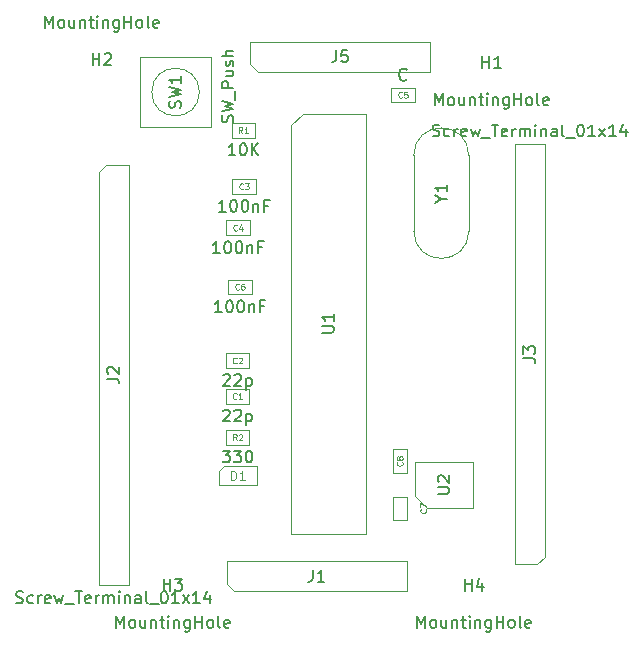
<source format=gbr>
%TF.GenerationSoftware,KiCad,Pcbnew,9.0.2*%
%TF.CreationDate,2025-07-07T19:43:34+05:30*%
%TF.ProjectId,Atmega328p_based,41746d65-6761-4333-9238-705f62617365,rev?*%
%TF.SameCoordinates,Original*%
%TF.FileFunction,AssemblyDrawing,Top*%
%FSLAX46Y46*%
G04 Gerber Fmt 4.6, Leading zero omitted, Abs format (unit mm)*
G04 Created by KiCad (PCBNEW 9.0.2) date 2025-07-07 19:43:34*
%MOMM*%
%LPD*%
G01*
G04 APERTURE LIST*
%ADD10C,0.150000*%
%ADD11C,0.080000*%
%ADD12C,0.120000*%
%ADD13C,0.100000*%
G04 APERTURE END LIST*
D10*
X158511904Y-71207200D02*
X158654761Y-71254819D01*
X158654761Y-71254819D02*
X158892856Y-71254819D01*
X158892856Y-71254819D02*
X158988094Y-71207200D01*
X158988094Y-71207200D02*
X159035713Y-71159580D01*
X159035713Y-71159580D02*
X159083332Y-71064342D01*
X159083332Y-71064342D02*
X159083332Y-70969104D01*
X159083332Y-70969104D02*
X159035713Y-70873866D01*
X159035713Y-70873866D02*
X158988094Y-70826247D01*
X158988094Y-70826247D02*
X158892856Y-70778628D01*
X158892856Y-70778628D02*
X158702380Y-70731009D01*
X158702380Y-70731009D02*
X158607142Y-70683390D01*
X158607142Y-70683390D02*
X158559523Y-70635771D01*
X158559523Y-70635771D02*
X158511904Y-70540533D01*
X158511904Y-70540533D02*
X158511904Y-70445295D01*
X158511904Y-70445295D02*
X158559523Y-70350057D01*
X158559523Y-70350057D02*
X158607142Y-70302438D01*
X158607142Y-70302438D02*
X158702380Y-70254819D01*
X158702380Y-70254819D02*
X158940475Y-70254819D01*
X158940475Y-70254819D02*
X159083332Y-70302438D01*
X159940475Y-71207200D02*
X159845237Y-71254819D01*
X159845237Y-71254819D02*
X159654761Y-71254819D01*
X159654761Y-71254819D02*
X159559523Y-71207200D01*
X159559523Y-71207200D02*
X159511904Y-71159580D01*
X159511904Y-71159580D02*
X159464285Y-71064342D01*
X159464285Y-71064342D02*
X159464285Y-70778628D01*
X159464285Y-70778628D02*
X159511904Y-70683390D01*
X159511904Y-70683390D02*
X159559523Y-70635771D01*
X159559523Y-70635771D02*
X159654761Y-70588152D01*
X159654761Y-70588152D02*
X159845237Y-70588152D01*
X159845237Y-70588152D02*
X159940475Y-70635771D01*
X160369047Y-71254819D02*
X160369047Y-70588152D01*
X160369047Y-70778628D02*
X160416666Y-70683390D01*
X160416666Y-70683390D02*
X160464285Y-70635771D01*
X160464285Y-70635771D02*
X160559523Y-70588152D01*
X160559523Y-70588152D02*
X160654761Y-70588152D01*
X161369047Y-71207200D02*
X161273809Y-71254819D01*
X161273809Y-71254819D02*
X161083333Y-71254819D01*
X161083333Y-71254819D02*
X160988095Y-71207200D01*
X160988095Y-71207200D02*
X160940476Y-71111961D01*
X160940476Y-71111961D02*
X160940476Y-70731009D01*
X160940476Y-70731009D02*
X160988095Y-70635771D01*
X160988095Y-70635771D02*
X161083333Y-70588152D01*
X161083333Y-70588152D02*
X161273809Y-70588152D01*
X161273809Y-70588152D02*
X161369047Y-70635771D01*
X161369047Y-70635771D02*
X161416666Y-70731009D01*
X161416666Y-70731009D02*
X161416666Y-70826247D01*
X161416666Y-70826247D02*
X160940476Y-70921485D01*
X161750000Y-70588152D02*
X161940476Y-71254819D01*
X161940476Y-71254819D02*
X162130952Y-70778628D01*
X162130952Y-70778628D02*
X162321428Y-71254819D01*
X162321428Y-71254819D02*
X162511904Y-70588152D01*
X162654762Y-71350057D02*
X163416666Y-71350057D01*
X163511905Y-70254819D02*
X164083333Y-70254819D01*
X163797619Y-71254819D02*
X163797619Y-70254819D01*
X164797619Y-71207200D02*
X164702381Y-71254819D01*
X164702381Y-71254819D02*
X164511905Y-71254819D01*
X164511905Y-71254819D02*
X164416667Y-71207200D01*
X164416667Y-71207200D02*
X164369048Y-71111961D01*
X164369048Y-71111961D02*
X164369048Y-70731009D01*
X164369048Y-70731009D02*
X164416667Y-70635771D01*
X164416667Y-70635771D02*
X164511905Y-70588152D01*
X164511905Y-70588152D02*
X164702381Y-70588152D01*
X164702381Y-70588152D02*
X164797619Y-70635771D01*
X164797619Y-70635771D02*
X164845238Y-70731009D01*
X164845238Y-70731009D02*
X164845238Y-70826247D01*
X164845238Y-70826247D02*
X164369048Y-70921485D01*
X165273810Y-71254819D02*
X165273810Y-70588152D01*
X165273810Y-70778628D02*
X165321429Y-70683390D01*
X165321429Y-70683390D02*
X165369048Y-70635771D01*
X165369048Y-70635771D02*
X165464286Y-70588152D01*
X165464286Y-70588152D02*
X165559524Y-70588152D01*
X165892858Y-71254819D02*
X165892858Y-70588152D01*
X165892858Y-70683390D02*
X165940477Y-70635771D01*
X165940477Y-70635771D02*
X166035715Y-70588152D01*
X166035715Y-70588152D02*
X166178572Y-70588152D01*
X166178572Y-70588152D02*
X166273810Y-70635771D01*
X166273810Y-70635771D02*
X166321429Y-70731009D01*
X166321429Y-70731009D02*
X166321429Y-71254819D01*
X166321429Y-70731009D02*
X166369048Y-70635771D01*
X166369048Y-70635771D02*
X166464286Y-70588152D01*
X166464286Y-70588152D02*
X166607143Y-70588152D01*
X166607143Y-70588152D02*
X166702382Y-70635771D01*
X166702382Y-70635771D02*
X166750001Y-70731009D01*
X166750001Y-70731009D02*
X166750001Y-71254819D01*
X167226191Y-71254819D02*
X167226191Y-70588152D01*
X167226191Y-70254819D02*
X167178572Y-70302438D01*
X167178572Y-70302438D02*
X167226191Y-70350057D01*
X167226191Y-70350057D02*
X167273810Y-70302438D01*
X167273810Y-70302438D02*
X167226191Y-70254819D01*
X167226191Y-70254819D02*
X167226191Y-70350057D01*
X167702381Y-70588152D02*
X167702381Y-71254819D01*
X167702381Y-70683390D02*
X167750000Y-70635771D01*
X167750000Y-70635771D02*
X167845238Y-70588152D01*
X167845238Y-70588152D02*
X167988095Y-70588152D01*
X167988095Y-70588152D02*
X168083333Y-70635771D01*
X168083333Y-70635771D02*
X168130952Y-70731009D01*
X168130952Y-70731009D02*
X168130952Y-71254819D01*
X169035714Y-71254819D02*
X169035714Y-70731009D01*
X169035714Y-70731009D02*
X168988095Y-70635771D01*
X168988095Y-70635771D02*
X168892857Y-70588152D01*
X168892857Y-70588152D02*
X168702381Y-70588152D01*
X168702381Y-70588152D02*
X168607143Y-70635771D01*
X169035714Y-71207200D02*
X168940476Y-71254819D01*
X168940476Y-71254819D02*
X168702381Y-71254819D01*
X168702381Y-71254819D02*
X168607143Y-71207200D01*
X168607143Y-71207200D02*
X168559524Y-71111961D01*
X168559524Y-71111961D02*
X168559524Y-71016723D01*
X168559524Y-71016723D02*
X168607143Y-70921485D01*
X168607143Y-70921485D02*
X168702381Y-70873866D01*
X168702381Y-70873866D02*
X168940476Y-70873866D01*
X168940476Y-70873866D02*
X169035714Y-70826247D01*
X169654762Y-71254819D02*
X169559524Y-71207200D01*
X169559524Y-71207200D02*
X169511905Y-71111961D01*
X169511905Y-71111961D02*
X169511905Y-70254819D01*
X169797620Y-71350057D02*
X170559524Y-71350057D01*
X170988096Y-70254819D02*
X171083334Y-70254819D01*
X171083334Y-70254819D02*
X171178572Y-70302438D01*
X171178572Y-70302438D02*
X171226191Y-70350057D01*
X171226191Y-70350057D02*
X171273810Y-70445295D01*
X171273810Y-70445295D02*
X171321429Y-70635771D01*
X171321429Y-70635771D02*
X171321429Y-70873866D01*
X171321429Y-70873866D02*
X171273810Y-71064342D01*
X171273810Y-71064342D02*
X171226191Y-71159580D01*
X171226191Y-71159580D02*
X171178572Y-71207200D01*
X171178572Y-71207200D02*
X171083334Y-71254819D01*
X171083334Y-71254819D02*
X170988096Y-71254819D01*
X170988096Y-71254819D02*
X170892858Y-71207200D01*
X170892858Y-71207200D02*
X170845239Y-71159580D01*
X170845239Y-71159580D02*
X170797620Y-71064342D01*
X170797620Y-71064342D02*
X170750001Y-70873866D01*
X170750001Y-70873866D02*
X170750001Y-70635771D01*
X170750001Y-70635771D02*
X170797620Y-70445295D01*
X170797620Y-70445295D02*
X170845239Y-70350057D01*
X170845239Y-70350057D02*
X170892858Y-70302438D01*
X170892858Y-70302438D02*
X170988096Y-70254819D01*
X172273810Y-71254819D02*
X171702382Y-71254819D01*
X171988096Y-71254819D02*
X171988096Y-70254819D01*
X171988096Y-70254819D02*
X171892858Y-70397676D01*
X171892858Y-70397676D02*
X171797620Y-70492914D01*
X171797620Y-70492914D02*
X171702382Y-70540533D01*
X172607144Y-71254819D02*
X173130953Y-70588152D01*
X172607144Y-70588152D02*
X173130953Y-71254819D01*
X174035715Y-71254819D02*
X173464287Y-71254819D01*
X173750001Y-71254819D02*
X173750001Y-70254819D01*
X173750001Y-70254819D02*
X173654763Y-70397676D01*
X173654763Y-70397676D02*
X173559525Y-70492914D01*
X173559525Y-70492914D02*
X173464287Y-70540533D01*
X174892858Y-70588152D02*
X174892858Y-71254819D01*
X174654763Y-70207200D02*
X174416668Y-70921485D01*
X174416668Y-70921485D02*
X175035715Y-70921485D01*
X166204819Y-90023333D02*
X166919104Y-90023333D01*
X166919104Y-90023333D02*
X167061961Y-90070952D01*
X167061961Y-90070952D02*
X167157200Y-90166190D01*
X167157200Y-90166190D02*
X167204819Y-90309047D01*
X167204819Y-90309047D02*
X167204819Y-90404285D01*
X166204819Y-89642380D02*
X166204819Y-89023333D01*
X166204819Y-89023333D02*
X166585771Y-89356666D01*
X166585771Y-89356666D02*
X166585771Y-89213809D01*
X166585771Y-89213809D02*
X166633390Y-89118571D01*
X166633390Y-89118571D02*
X166681009Y-89070952D01*
X166681009Y-89070952D02*
X166776247Y-89023333D01*
X166776247Y-89023333D02*
X167014342Y-89023333D01*
X167014342Y-89023333D02*
X167109580Y-89070952D01*
X167109580Y-89070952D02*
X167157200Y-89118571D01*
X167157200Y-89118571D02*
X167204819Y-89213809D01*
X167204819Y-89213809D02*
X167204819Y-89499523D01*
X167204819Y-89499523D02*
X167157200Y-89594761D01*
X167157200Y-89594761D02*
X167109580Y-89642380D01*
X140785714Y-91480057D02*
X140833333Y-91432438D01*
X140833333Y-91432438D02*
X140928571Y-91384819D01*
X140928571Y-91384819D02*
X141166666Y-91384819D01*
X141166666Y-91384819D02*
X141261904Y-91432438D01*
X141261904Y-91432438D02*
X141309523Y-91480057D01*
X141309523Y-91480057D02*
X141357142Y-91575295D01*
X141357142Y-91575295D02*
X141357142Y-91670533D01*
X141357142Y-91670533D02*
X141309523Y-91813390D01*
X141309523Y-91813390D02*
X140738095Y-92384819D01*
X140738095Y-92384819D02*
X141357142Y-92384819D01*
X141738095Y-91480057D02*
X141785714Y-91432438D01*
X141785714Y-91432438D02*
X141880952Y-91384819D01*
X141880952Y-91384819D02*
X142119047Y-91384819D01*
X142119047Y-91384819D02*
X142214285Y-91432438D01*
X142214285Y-91432438D02*
X142261904Y-91480057D01*
X142261904Y-91480057D02*
X142309523Y-91575295D01*
X142309523Y-91575295D02*
X142309523Y-91670533D01*
X142309523Y-91670533D02*
X142261904Y-91813390D01*
X142261904Y-91813390D02*
X141690476Y-92384819D01*
X141690476Y-92384819D02*
X142309523Y-92384819D01*
X142738095Y-91718152D02*
X142738095Y-92718152D01*
X142738095Y-91765771D02*
X142833333Y-91718152D01*
X142833333Y-91718152D02*
X143023809Y-91718152D01*
X143023809Y-91718152D02*
X143119047Y-91765771D01*
X143119047Y-91765771D02*
X143166666Y-91813390D01*
X143166666Y-91813390D02*
X143214285Y-91908628D01*
X143214285Y-91908628D02*
X143214285Y-92194342D01*
X143214285Y-92194342D02*
X143166666Y-92289580D01*
X143166666Y-92289580D02*
X143119047Y-92337200D01*
X143119047Y-92337200D02*
X143023809Y-92384819D01*
X143023809Y-92384819D02*
X142833333Y-92384819D01*
X142833333Y-92384819D02*
X142738095Y-92337200D01*
D11*
X141916666Y-90429530D02*
X141892857Y-90453340D01*
X141892857Y-90453340D02*
X141821428Y-90477149D01*
X141821428Y-90477149D02*
X141773809Y-90477149D01*
X141773809Y-90477149D02*
X141702381Y-90453340D01*
X141702381Y-90453340D02*
X141654762Y-90405720D01*
X141654762Y-90405720D02*
X141630952Y-90358101D01*
X141630952Y-90358101D02*
X141607143Y-90262863D01*
X141607143Y-90262863D02*
X141607143Y-90191435D01*
X141607143Y-90191435D02*
X141630952Y-90096197D01*
X141630952Y-90096197D02*
X141654762Y-90048578D01*
X141654762Y-90048578D02*
X141702381Y-90000959D01*
X141702381Y-90000959D02*
X141773809Y-89977149D01*
X141773809Y-89977149D02*
X141821428Y-89977149D01*
X141821428Y-89977149D02*
X141892857Y-90000959D01*
X141892857Y-90000959D02*
X141916666Y-90024768D01*
X142107143Y-90024768D02*
X142130952Y-90000959D01*
X142130952Y-90000959D02*
X142178571Y-89977149D01*
X142178571Y-89977149D02*
X142297619Y-89977149D01*
X142297619Y-89977149D02*
X142345238Y-90000959D01*
X142345238Y-90000959D02*
X142369047Y-90024768D01*
X142369047Y-90024768D02*
X142392857Y-90072387D01*
X142392857Y-90072387D02*
X142392857Y-90120006D01*
X142392857Y-90120006D02*
X142369047Y-90191435D01*
X142369047Y-90191435D02*
X142083333Y-90477149D01*
X142083333Y-90477149D02*
X142392857Y-90477149D01*
D10*
X141809523Y-72854819D02*
X141238095Y-72854819D01*
X141523809Y-72854819D02*
X141523809Y-71854819D01*
X141523809Y-71854819D02*
X141428571Y-71997676D01*
X141428571Y-71997676D02*
X141333333Y-72092914D01*
X141333333Y-72092914D02*
X141238095Y-72140533D01*
X142428571Y-71854819D02*
X142523809Y-71854819D01*
X142523809Y-71854819D02*
X142619047Y-71902438D01*
X142619047Y-71902438D02*
X142666666Y-71950057D01*
X142666666Y-71950057D02*
X142714285Y-72045295D01*
X142714285Y-72045295D02*
X142761904Y-72235771D01*
X142761904Y-72235771D02*
X142761904Y-72473866D01*
X142761904Y-72473866D02*
X142714285Y-72664342D01*
X142714285Y-72664342D02*
X142666666Y-72759580D01*
X142666666Y-72759580D02*
X142619047Y-72807200D01*
X142619047Y-72807200D02*
X142523809Y-72854819D01*
X142523809Y-72854819D02*
X142428571Y-72854819D01*
X142428571Y-72854819D02*
X142333333Y-72807200D01*
X142333333Y-72807200D02*
X142285714Y-72759580D01*
X142285714Y-72759580D02*
X142238095Y-72664342D01*
X142238095Y-72664342D02*
X142190476Y-72473866D01*
X142190476Y-72473866D02*
X142190476Y-72235771D01*
X142190476Y-72235771D02*
X142238095Y-72045295D01*
X142238095Y-72045295D02*
X142285714Y-71950057D01*
X142285714Y-71950057D02*
X142333333Y-71902438D01*
X142333333Y-71902438D02*
X142428571Y-71854819D01*
X143190476Y-72854819D02*
X143190476Y-71854819D01*
X143761904Y-72854819D02*
X143333333Y-72283390D01*
X143761904Y-71854819D02*
X143190476Y-72426247D01*
D11*
X142416666Y-70977149D02*
X142250000Y-70739054D01*
X142130952Y-70977149D02*
X142130952Y-70477149D01*
X142130952Y-70477149D02*
X142321428Y-70477149D01*
X142321428Y-70477149D02*
X142369047Y-70500959D01*
X142369047Y-70500959D02*
X142392857Y-70524768D01*
X142392857Y-70524768D02*
X142416666Y-70572387D01*
X142416666Y-70572387D02*
X142416666Y-70643816D01*
X142416666Y-70643816D02*
X142392857Y-70691435D01*
X142392857Y-70691435D02*
X142369047Y-70715244D01*
X142369047Y-70715244D02*
X142321428Y-70739054D01*
X142321428Y-70739054D02*
X142130952Y-70739054D01*
X142892857Y-70977149D02*
X142607143Y-70977149D01*
X142750000Y-70977149D02*
X142750000Y-70477149D01*
X142750000Y-70477149D02*
X142702381Y-70548578D01*
X142702381Y-70548578D02*
X142654762Y-70596197D01*
X142654762Y-70596197D02*
X142607143Y-70620006D01*
D10*
X149144819Y-87871904D02*
X149954342Y-87871904D01*
X149954342Y-87871904D02*
X150049580Y-87824285D01*
X150049580Y-87824285D02*
X150097200Y-87776666D01*
X150097200Y-87776666D02*
X150144819Y-87681428D01*
X150144819Y-87681428D02*
X150144819Y-87490952D01*
X150144819Y-87490952D02*
X150097200Y-87395714D01*
X150097200Y-87395714D02*
X150049580Y-87348095D01*
X150049580Y-87348095D02*
X149954342Y-87300476D01*
X149954342Y-87300476D02*
X149144819Y-87300476D01*
X150144819Y-86300476D02*
X150144819Y-86871904D01*
X150144819Y-86586190D02*
X149144819Y-86586190D01*
X149144819Y-86586190D02*
X149287676Y-86681428D01*
X149287676Y-86681428D02*
X149382914Y-86776666D01*
X149382914Y-86776666D02*
X149430533Y-86871904D01*
X158965566Y-101496666D02*
X159758900Y-101496666D01*
X159758900Y-101496666D02*
X159852233Y-101450000D01*
X159852233Y-101450000D02*
X159898900Y-101403333D01*
X159898900Y-101403333D02*
X159945566Y-101310000D01*
X159945566Y-101310000D02*
X159945566Y-101123333D01*
X159945566Y-101123333D02*
X159898900Y-101030000D01*
X159898900Y-101030000D02*
X159852233Y-100983333D01*
X159852233Y-100983333D02*
X159758900Y-100936666D01*
X159758900Y-100936666D02*
X158965566Y-100936666D01*
X159058900Y-100516666D02*
X159012233Y-100469999D01*
X159012233Y-100469999D02*
X158965566Y-100376666D01*
X158965566Y-100376666D02*
X158965566Y-100143333D01*
X158965566Y-100143333D02*
X159012233Y-100049999D01*
X159012233Y-100049999D02*
X159058900Y-100003333D01*
X159058900Y-100003333D02*
X159152233Y-99956666D01*
X159152233Y-99956666D02*
X159245566Y-99956666D01*
X159245566Y-99956666D02*
X159385566Y-100003333D01*
X159385566Y-100003333D02*
X159945566Y-100563333D01*
X159945566Y-100563333D02*
X159945566Y-99956666D01*
D11*
X157929530Y-102833333D02*
X157953340Y-102857142D01*
X157953340Y-102857142D02*
X157977149Y-102928571D01*
X157977149Y-102928571D02*
X157977149Y-102976190D01*
X157977149Y-102976190D02*
X157953340Y-103047618D01*
X157953340Y-103047618D02*
X157905720Y-103095237D01*
X157905720Y-103095237D02*
X157858101Y-103119047D01*
X157858101Y-103119047D02*
X157762863Y-103142856D01*
X157762863Y-103142856D02*
X157691435Y-103142856D01*
X157691435Y-103142856D02*
X157596197Y-103119047D01*
X157596197Y-103119047D02*
X157548578Y-103095237D01*
X157548578Y-103095237D02*
X157500959Y-103047618D01*
X157500959Y-103047618D02*
X157477149Y-102976190D01*
X157477149Y-102976190D02*
X157477149Y-102928571D01*
X157477149Y-102928571D02*
X157500959Y-102857142D01*
X157500959Y-102857142D02*
X157524768Y-102833333D01*
X157477149Y-102666666D02*
X157477149Y-102333333D01*
X157477149Y-102333333D02*
X157977149Y-102547618D01*
D10*
X140502380Y-81134819D02*
X139930952Y-81134819D01*
X140216666Y-81134819D02*
X140216666Y-80134819D01*
X140216666Y-80134819D02*
X140121428Y-80277676D01*
X140121428Y-80277676D02*
X140026190Y-80372914D01*
X140026190Y-80372914D02*
X139930952Y-80420533D01*
X141121428Y-80134819D02*
X141216666Y-80134819D01*
X141216666Y-80134819D02*
X141311904Y-80182438D01*
X141311904Y-80182438D02*
X141359523Y-80230057D01*
X141359523Y-80230057D02*
X141407142Y-80325295D01*
X141407142Y-80325295D02*
X141454761Y-80515771D01*
X141454761Y-80515771D02*
X141454761Y-80753866D01*
X141454761Y-80753866D02*
X141407142Y-80944342D01*
X141407142Y-80944342D02*
X141359523Y-81039580D01*
X141359523Y-81039580D02*
X141311904Y-81087200D01*
X141311904Y-81087200D02*
X141216666Y-81134819D01*
X141216666Y-81134819D02*
X141121428Y-81134819D01*
X141121428Y-81134819D02*
X141026190Y-81087200D01*
X141026190Y-81087200D02*
X140978571Y-81039580D01*
X140978571Y-81039580D02*
X140930952Y-80944342D01*
X140930952Y-80944342D02*
X140883333Y-80753866D01*
X140883333Y-80753866D02*
X140883333Y-80515771D01*
X140883333Y-80515771D02*
X140930952Y-80325295D01*
X140930952Y-80325295D02*
X140978571Y-80230057D01*
X140978571Y-80230057D02*
X141026190Y-80182438D01*
X141026190Y-80182438D02*
X141121428Y-80134819D01*
X142073809Y-80134819D02*
X142169047Y-80134819D01*
X142169047Y-80134819D02*
X142264285Y-80182438D01*
X142264285Y-80182438D02*
X142311904Y-80230057D01*
X142311904Y-80230057D02*
X142359523Y-80325295D01*
X142359523Y-80325295D02*
X142407142Y-80515771D01*
X142407142Y-80515771D02*
X142407142Y-80753866D01*
X142407142Y-80753866D02*
X142359523Y-80944342D01*
X142359523Y-80944342D02*
X142311904Y-81039580D01*
X142311904Y-81039580D02*
X142264285Y-81087200D01*
X142264285Y-81087200D02*
X142169047Y-81134819D01*
X142169047Y-81134819D02*
X142073809Y-81134819D01*
X142073809Y-81134819D02*
X141978571Y-81087200D01*
X141978571Y-81087200D02*
X141930952Y-81039580D01*
X141930952Y-81039580D02*
X141883333Y-80944342D01*
X141883333Y-80944342D02*
X141835714Y-80753866D01*
X141835714Y-80753866D02*
X141835714Y-80515771D01*
X141835714Y-80515771D02*
X141883333Y-80325295D01*
X141883333Y-80325295D02*
X141930952Y-80230057D01*
X141930952Y-80230057D02*
X141978571Y-80182438D01*
X141978571Y-80182438D02*
X142073809Y-80134819D01*
X142835714Y-80468152D02*
X142835714Y-81134819D01*
X142835714Y-80563390D02*
X142883333Y-80515771D01*
X142883333Y-80515771D02*
X142978571Y-80468152D01*
X142978571Y-80468152D02*
X143121428Y-80468152D01*
X143121428Y-80468152D02*
X143216666Y-80515771D01*
X143216666Y-80515771D02*
X143264285Y-80611009D01*
X143264285Y-80611009D02*
X143264285Y-81134819D01*
X144073809Y-80611009D02*
X143740476Y-80611009D01*
X143740476Y-81134819D02*
X143740476Y-80134819D01*
X143740476Y-80134819D02*
X144216666Y-80134819D01*
D11*
X141966666Y-79179530D02*
X141942857Y-79203340D01*
X141942857Y-79203340D02*
X141871428Y-79227149D01*
X141871428Y-79227149D02*
X141823809Y-79227149D01*
X141823809Y-79227149D02*
X141752381Y-79203340D01*
X141752381Y-79203340D02*
X141704762Y-79155720D01*
X141704762Y-79155720D02*
X141680952Y-79108101D01*
X141680952Y-79108101D02*
X141657143Y-79012863D01*
X141657143Y-79012863D02*
X141657143Y-78941435D01*
X141657143Y-78941435D02*
X141680952Y-78846197D01*
X141680952Y-78846197D02*
X141704762Y-78798578D01*
X141704762Y-78798578D02*
X141752381Y-78750959D01*
X141752381Y-78750959D02*
X141823809Y-78727149D01*
X141823809Y-78727149D02*
X141871428Y-78727149D01*
X141871428Y-78727149D02*
X141942857Y-78750959D01*
X141942857Y-78750959D02*
X141966666Y-78774768D01*
X142395238Y-78893816D02*
X142395238Y-79227149D01*
X142276190Y-78703340D02*
X142157143Y-79060482D01*
X142157143Y-79060482D02*
X142466666Y-79060482D01*
D10*
X157214285Y-112854819D02*
X157214285Y-111854819D01*
X157214285Y-111854819D02*
X157547618Y-112569104D01*
X157547618Y-112569104D02*
X157880951Y-111854819D01*
X157880951Y-111854819D02*
X157880951Y-112854819D01*
X158499999Y-112854819D02*
X158404761Y-112807200D01*
X158404761Y-112807200D02*
X158357142Y-112759580D01*
X158357142Y-112759580D02*
X158309523Y-112664342D01*
X158309523Y-112664342D02*
X158309523Y-112378628D01*
X158309523Y-112378628D02*
X158357142Y-112283390D01*
X158357142Y-112283390D02*
X158404761Y-112235771D01*
X158404761Y-112235771D02*
X158499999Y-112188152D01*
X158499999Y-112188152D02*
X158642856Y-112188152D01*
X158642856Y-112188152D02*
X158738094Y-112235771D01*
X158738094Y-112235771D02*
X158785713Y-112283390D01*
X158785713Y-112283390D02*
X158833332Y-112378628D01*
X158833332Y-112378628D02*
X158833332Y-112664342D01*
X158833332Y-112664342D02*
X158785713Y-112759580D01*
X158785713Y-112759580D02*
X158738094Y-112807200D01*
X158738094Y-112807200D02*
X158642856Y-112854819D01*
X158642856Y-112854819D02*
X158499999Y-112854819D01*
X159690475Y-112188152D02*
X159690475Y-112854819D01*
X159261904Y-112188152D02*
X159261904Y-112711961D01*
X159261904Y-112711961D02*
X159309523Y-112807200D01*
X159309523Y-112807200D02*
X159404761Y-112854819D01*
X159404761Y-112854819D02*
X159547618Y-112854819D01*
X159547618Y-112854819D02*
X159642856Y-112807200D01*
X159642856Y-112807200D02*
X159690475Y-112759580D01*
X160166666Y-112188152D02*
X160166666Y-112854819D01*
X160166666Y-112283390D02*
X160214285Y-112235771D01*
X160214285Y-112235771D02*
X160309523Y-112188152D01*
X160309523Y-112188152D02*
X160452380Y-112188152D01*
X160452380Y-112188152D02*
X160547618Y-112235771D01*
X160547618Y-112235771D02*
X160595237Y-112331009D01*
X160595237Y-112331009D02*
X160595237Y-112854819D01*
X160928571Y-112188152D02*
X161309523Y-112188152D01*
X161071428Y-111854819D02*
X161071428Y-112711961D01*
X161071428Y-112711961D02*
X161119047Y-112807200D01*
X161119047Y-112807200D02*
X161214285Y-112854819D01*
X161214285Y-112854819D02*
X161309523Y-112854819D01*
X161642857Y-112854819D02*
X161642857Y-112188152D01*
X161642857Y-111854819D02*
X161595238Y-111902438D01*
X161595238Y-111902438D02*
X161642857Y-111950057D01*
X161642857Y-111950057D02*
X161690476Y-111902438D01*
X161690476Y-111902438D02*
X161642857Y-111854819D01*
X161642857Y-111854819D02*
X161642857Y-111950057D01*
X162119047Y-112188152D02*
X162119047Y-112854819D01*
X162119047Y-112283390D02*
X162166666Y-112235771D01*
X162166666Y-112235771D02*
X162261904Y-112188152D01*
X162261904Y-112188152D02*
X162404761Y-112188152D01*
X162404761Y-112188152D02*
X162499999Y-112235771D01*
X162499999Y-112235771D02*
X162547618Y-112331009D01*
X162547618Y-112331009D02*
X162547618Y-112854819D01*
X163452380Y-112188152D02*
X163452380Y-112997676D01*
X163452380Y-112997676D02*
X163404761Y-113092914D01*
X163404761Y-113092914D02*
X163357142Y-113140533D01*
X163357142Y-113140533D02*
X163261904Y-113188152D01*
X163261904Y-113188152D02*
X163119047Y-113188152D01*
X163119047Y-113188152D02*
X163023809Y-113140533D01*
X163452380Y-112807200D02*
X163357142Y-112854819D01*
X163357142Y-112854819D02*
X163166666Y-112854819D01*
X163166666Y-112854819D02*
X163071428Y-112807200D01*
X163071428Y-112807200D02*
X163023809Y-112759580D01*
X163023809Y-112759580D02*
X162976190Y-112664342D01*
X162976190Y-112664342D02*
X162976190Y-112378628D01*
X162976190Y-112378628D02*
X163023809Y-112283390D01*
X163023809Y-112283390D02*
X163071428Y-112235771D01*
X163071428Y-112235771D02*
X163166666Y-112188152D01*
X163166666Y-112188152D02*
X163357142Y-112188152D01*
X163357142Y-112188152D02*
X163452380Y-112235771D01*
X163928571Y-112854819D02*
X163928571Y-111854819D01*
X163928571Y-112331009D02*
X164499999Y-112331009D01*
X164499999Y-112854819D02*
X164499999Y-111854819D01*
X165119047Y-112854819D02*
X165023809Y-112807200D01*
X165023809Y-112807200D02*
X164976190Y-112759580D01*
X164976190Y-112759580D02*
X164928571Y-112664342D01*
X164928571Y-112664342D02*
X164928571Y-112378628D01*
X164928571Y-112378628D02*
X164976190Y-112283390D01*
X164976190Y-112283390D02*
X165023809Y-112235771D01*
X165023809Y-112235771D02*
X165119047Y-112188152D01*
X165119047Y-112188152D02*
X165261904Y-112188152D01*
X165261904Y-112188152D02*
X165357142Y-112235771D01*
X165357142Y-112235771D02*
X165404761Y-112283390D01*
X165404761Y-112283390D02*
X165452380Y-112378628D01*
X165452380Y-112378628D02*
X165452380Y-112664342D01*
X165452380Y-112664342D02*
X165404761Y-112759580D01*
X165404761Y-112759580D02*
X165357142Y-112807200D01*
X165357142Y-112807200D02*
X165261904Y-112854819D01*
X165261904Y-112854819D02*
X165119047Y-112854819D01*
X166023809Y-112854819D02*
X165928571Y-112807200D01*
X165928571Y-112807200D02*
X165880952Y-112711961D01*
X165880952Y-112711961D02*
X165880952Y-111854819D01*
X166785714Y-112807200D02*
X166690476Y-112854819D01*
X166690476Y-112854819D02*
X166500000Y-112854819D01*
X166500000Y-112854819D02*
X166404762Y-112807200D01*
X166404762Y-112807200D02*
X166357143Y-112711961D01*
X166357143Y-112711961D02*
X166357143Y-112331009D01*
X166357143Y-112331009D02*
X166404762Y-112235771D01*
X166404762Y-112235771D02*
X166500000Y-112188152D01*
X166500000Y-112188152D02*
X166690476Y-112188152D01*
X166690476Y-112188152D02*
X166785714Y-112235771D01*
X166785714Y-112235771D02*
X166833333Y-112331009D01*
X166833333Y-112331009D02*
X166833333Y-112426247D01*
X166833333Y-112426247D02*
X166357143Y-112521485D01*
X161238095Y-109704819D02*
X161238095Y-108704819D01*
X161238095Y-109181009D02*
X161809523Y-109181009D01*
X161809523Y-109704819D02*
X161809523Y-108704819D01*
X162714285Y-109038152D02*
X162714285Y-109704819D01*
X162476190Y-108657200D02*
X162238095Y-109371485D01*
X162238095Y-109371485D02*
X162857142Y-109371485D01*
X159228628Y-76536190D02*
X159704819Y-76536190D01*
X158704819Y-76869523D02*
X159228628Y-76536190D01*
X159228628Y-76536190D02*
X158704819Y-76202857D01*
X159704819Y-75345714D02*
X159704819Y-75917142D01*
X159704819Y-75631428D02*
X158704819Y-75631428D01*
X158704819Y-75631428D02*
X158847676Y-75726666D01*
X158847676Y-75726666D02*
X158942914Y-75821904D01*
X158942914Y-75821904D02*
X158990533Y-75917142D01*
X158714285Y-68604819D02*
X158714285Y-67604819D01*
X158714285Y-67604819D02*
X159047618Y-68319104D01*
X159047618Y-68319104D02*
X159380951Y-67604819D01*
X159380951Y-67604819D02*
X159380951Y-68604819D01*
X159999999Y-68604819D02*
X159904761Y-68557200D01*
X159904761Y-68557200D02*
X159857142Y-68509580D01*
X159857142Y-68509580D02*
X159809523Y-68414342D01*
X159809523Y-68414342D02*
X159809523Y-68128628D01*
X159809523Y-68128628D02*
X159857142Y-68033390D01*
X159857142Y-68033390D02*
X159904761Y-67985771D01*
X159904761Y-67985771D02*
X159999999Y-67938152D01*
X159999999Y-67938152D02*
X160142856Y-67938152D01*
X160142856Y-67938152D02*
X160238094Y-67985771D01*
X160238094Y-67985771D02*
X160285713Y-68033390D01*
X160285713Y-68033390D02*
X160333332Y-68128628D01*
X160333332Y-68128628D02*
X160333332Y-68414342D01*
X160333332Y-68414342D02*
X160285713Y-68509580D01*
X160285713Y-68509580D02*
X160238094Y-68557200D01*
X160238094Y-68557200D02*
X160142856Y-68604819D01*
X160142856Y-68604819D02*
X159999999Y-68604819D01*
X161190475Y-67938152D02*
X161190475Y-68604819D01*
X160761904Y-67938152D02*
X160761904Y-68461961D01*
X160761904Y-68461961D02*
X160809523Y-68557200D01*
X160809523Y-68557200D02*
X160904761Y-68604819D01*
X160904761Y-68604819D02*
X161047618Y-68604819D01*
X161047618Y-68604819D02*
X161142856Y-68557200D01*
X161142856Y-68557200D02*
X161190475Y-68509580D01*
X161666666Y-67938152D02*
X161666666Y-68604819D01*
X161666666Y-68033390D02*
X161714285Y-67985771D01*
X161714285Y-67985771D02*
X161809523Y-67938152D01*
X161809523Y-67938152D02*
X161952380Y-67938152D01*
X161952380Y-67938152D02*
X162047618Y-67985771D01*
X162047618Y-67985771D02*
X162095237Y-68081009D01*
X162095237Y-68081009D02*
X162095237Y-68604819D01*
X162428571Y-67938152D02*
X162809523Y-67938152D01*
X162571428Y-67604819D02*
X162571428Y-68461961D01*
X162571428Y-68461961D02*
X162619047Y-68557200D01*
X162619047Y-68557200D02*
X162714285Y-68604819D01*
X162714285Y-68604819D02*
X162809523Y-68604819D01*
X163142857Y-68604819D02*
X163142857Y-67938152D01*
X163142857Y-67604819D02*
X163095238Y-67652438D01*
X163095238Y-67652438D02*
X163142857Y-67700057D01*
X163142857Y-67700057D02*
X163190476Y-67652438D01*
X163190476Y-67652438D02*
X163142857Y-67604819D01*
X163142857Y-67604819D02*
X163142857Y-67700057D01*
X163619047Y-67938152D02*
X163619047Y-68604819D01*
X163619047Y-68033390D02*
X163666666Y-67985771D01*
X163666666Y-67985771D02*
X163761904Y-67938152D01*
X163761904Y-67938152D02*
X163904761Y-67938152D01*
X163904761Y-67938152D02*
X163999999Y-67985771D01*
X163999999Y-67985771D02*
X164047618Y-68081009D01*
X164047618Y-68081009D02*
X164047618Y-68604819D01*
X164952380Y-67938152D02*
X164952380Y-68747676D01*
X164952380Y-68747676D02*
X164904761Y-68842914D01*
X164904761Y-68842914D02*
X164857142Y-68890533D01*
X164857142Y-68890533D02*
X164761904Y-68938152D01*
X164761904Y-68938152D02*
X164619047Y-68938152D01*
X164619047Y-68938152D02*
X164523809Y-68890533D01*
X164952380Y-68557200D02*
X164857142Y-68604819D01*
X164857142Y-68604819D02*
X164666666Y-68604819D01*
X164666666Y-68604819D02*
X164571428Y-68557200D01*
X164571428Y-68557200D02*
X164523809Y-68509580D01*
X164523809Y-68509580D02*
X164476190Y-68414342D01*
X164476190Y-68414342D02*
X164476190Y-68128628D01*
X164476190Y-68128628D02*
X164523809Y-68033390D01*
X164523809Y-68033390D02*
X164571428Y-67985771D01*
X164571428Y-67985771D02*
X164666666Y-67938152D01*
X164666666Y-67938152D02*
X164857142Y-67938152D01*
X164857142Y-67938152D02*
X164952380Y-67985771D01*
X165428571Y-68604819D02*
X165428571Y-67604819D01*
X165428571Y-68081009D02*
X165999999Y-68081009D01*
X165999999Y-68604819D02*
X165999999Y-67604819D01*
X166619047Y-68604819D02*
X166523809Y-68557200D01*
X166523809Y-68557200D02*
X166476190Y-68509580D01*
X166476190Y-68509580D02*
X166428571Y-68414342D01*
X166428571Y-68414342D02*
X166428571Y-68128628D01*
X166428571Y-68128628D02*
X166476190Y-68033390D01*
X166476190Y-68033390D02*
X166523809Y-67985771D01*
X166523809Y-67985771D02*
X166619047Y-67938152D01*
X166619047Y-67938152D02*
X166761904Y-67938152D01*
X166761904Y-67938152D02*
X166857142Y-67985771D01*
X166857142Y-67985771D02*
X166904761Y-68033390D01*
X166904761Y-68033390D02*
X166952380Y-68128628D01*
X166952380Y-68128628D02*
X166952380Y-68414342D01*
X166952380Y-68414342D02*
X166904761Y-68509580D01*
X166904761Y-68509580D02*
X166857142Y-68557200D01*
X166857142Y-68557200D02*
X166761904Y-68604819D01*
X166761904Y-68604819D02*
X166619047Y-68604819D01*
X167523809Y-68604819D02*
X167428571Y-68557200D01*
X167428571Y-68557200D02*
X167380952Y-68461961D01*
X167380952Y-68461961D02*
X167380952Y-67604819D01*
X168285714Y-68557200D02*
X168190476Y-68604819D01*
X168190476Y-68604819D02*
X168000000Y-68604819D01*
X168000000Y-68604819D02*
X167904762Y-68557200D01*
X167904762Y-68557200D02*
X167857143Y-68461961D01*
X167857143Y-68461961D02*
X167857143Y-68081009D01*
X167857143Y-68081009D02*
X167904762Y-67985771D01*
X167904762Y-67985771D02*
X168000000Y-67938152D01*
X168000000Y-67938152D02*
X168190476Y-67938152D01*
X168190476Y-67938152D02*
X168285714Y-67985771D01*
X168285714Y-67985771D02*
X168333333Y-68081009D01*
X168333333Y-68081009D02*
X168333333Y-68176247D01*
X168333333Y-68176247D02*
X167857143Y-68271485D01*
X162738095Y-65454819D02*
X162738095Y-64454819D01*
X162738095Y-64931009D02*
X163309523Y-64931009D01*
X163309523Y-65454819D02*
X163309523Y-64454819D01*
X164309523Y-65454819D02*
X163738095Y-65454819D01*
X164023809Y-65454819D02*
X164023809Y-64454819D01*
X164023809Y-64454819D02*
X163928571Y-64597676D01*
X163928571Y-64597676D02*
X163833333Y-64692914D01*
X163833333Y-64692914D02*
X163738095Y-64740533D01*
X140726786Y-97854819D02*
X141345833Y-97854819D01*
X141345833Y-97854819D02*
X141012500Y-98235771D01*
X141012500Y-98235771D02*
X141155357Y-98235771D01*
X141155357Y-98235771D02*
X141250595Y-98283390D01*
X141250595Y-98283390D02*
X141298214Y-98331009D01*
X141298214Y-98331009D02*
X141345833Y-98426247D01*
X141345833Y-98426247D02*
X141345833Y-98664342D01*
X141345833Y-98664342D02*
X141298214Y-98759580D01*
X141298214Y-98759580D02*
X141250595Y-98807200D01*
X141250595Y-98807200D02*
X141155357Y-98854819D01*
X141155357Y-98854819D02*
X140869643Y-98854819D01*
X140869643Y-98854819D02*
X140774405Y-98807200D01*
X140774405Y-98807200D02*
X140726786Y-98759580D01*
X141679167Y-97854819D02*
X142298214Y-97854819D01*
X142298214Y-97854819D02*
X141964881Y-98235771D01*
X141964881Y-98235771D02*
X142107738Y-98235771D01*
X142107738Y-98235771D02*
X142202976Y-98283390D01*
X142202976Y-98283390D02*
X142250595Y-98331009D01*
X142250595Y-98331009D02*
X142298214Y-98426247D01*
X142298214Y-98426247D02*
X142298214Y-98664342D01*
X142298214Y-98664342D02*
X142250595Y-98759580D01*
X142250595Y-98759580D02*
X142202976Y-98807200D01*
X142202976Y-98807200D02*
X142107738Y-98854819D01*
X142107738Y-98854819D02*
X141822024Y-98854819D01*
X141822024Y-98854819D02*
X141726786Y-98807200D01*
X141726786Y-98807200D02*
X141679167Y-98759580D01*
X142917262Y-97854819D02*
X143012500Y-97854819D01*
X143012500Y-97854819D02*
X143107738Y-97902438D01*
X143107738Y-97902438D02*
X143155357Y-97950057D01*
X143155357Y-97950057D02*
X143202976Y-98045295D01*
X143202976Y-98045295D02*
X143250595Y-98235771D01*
X143250595Y-98235771D02*
X143250595Y-98473866D01*
X143250595Y-98473866D02*
X143202976Y-98664342D01*
X143202976Y-98664342D02*
X143155357Y-98759580D01*
X143155357Y-98759580D02*
X143107738Y-98807200D01*
X143107738Y-98807200D02*
X143012500Y-98854819D01*
X143012500Y-98854819D02*
X142917262Y-98854819D01*
X142917262Y-98854819D02*
X142822024Y-98807200D01*
X142822024Y-98807200D02*
X142774405Y-98759580D01*
X142774405Y-98759580D02*
X142726786Y-98664342D01*
X142726786Y-98664342D02*
X142679167Y-98473866D01*
X142679167Y-98473866D02*
X142679167Y-98235771D01*
X142679167Y-98235771D02*
X142726786Y-98045295D01*
X142726786Y-98045295D02*
X142774405Y-97950057D01*
X142774405Y-97950057D02*
X142822024Y-97902438D01*
X142822024Y-97902438D02*
X142917262Y-97854819D01*
D11*
X141929166Y-96977149D02*
X141762500Y-96739054D01*
X141643452Y-96977149D02*
X141643452Y-96477149D01*
X141643452Y-96477149D02*
X141833928Y-96477149D01*
X141833928Y-96477149D02*
X141881547Y-96500959D01*
X141881547Y-96500959D02*
X141905357Y-96524768D01*
X141905357Y-96524768D02*
X141929166Y-96572387D01*
X141929166Y-96572387D02*
X141929166Y-96643816D01*
X141929166Y-96643816D02*
X141905357Y-96691435D01*
X141905357Y-96691435D02*
X141881547Y-96715244D01*
X141881547Y-96715244D02*
X141833928Y-96739054D01*
X141833928Y-96739054D02*
X141643452Y-96739054D01*
X142119643Y-96524768D02*
X142143452Y-96500959D01*
X142143452Y-96500959D02*
X142191071Y-96477149D01*
X142191071Y-96477149D02*
X142310119Y-96477149D01*
X142310119Y-96477149D02*
X142357738Y-96500959D01*
X142357738Y-96500959D02*
X142381547Y-96524768D01*
X142381547Y-96524768D02*
X142405357Y-96572387D01*
X142405357Y-96572387D02*
X142405357Y-96620006D01*
X142405357Y-96620006D02*
X142381547Y-96691435D01*
X142381547Y-96691435D02*
X142095833Y-96977149D01*
X142095833Y-96977149D02*
X142405357Y-96977149D01*
D10*
X148356666Y-107954819D02*
X148356666Y-108669104D01*
X148356666Y-108669104D02*
X148309047Y-108811961D01*
X148309047Y-108811961D02*
X148213809Y-108907200D01*
X148213809Y-108907200D02*
X148070952Y-108954819D01*
X148070952Y-108954819D02*
X147975714Y-108954819D01*
X149356666Y-108954819D02*
X148785238Y-108954819D01*
X149070952Y-108954819D02*
X149070952Y-107954819D01*
X149070952Y-107954819D02*
X148975714Y-108097676D01*
X148975714Y-108097676D02*
X148880476Y-108192914D01*
X148880476Y-108192914D02*
X148785238Y-108240533D01*
X131714285Y-112854819D02*
X131714285Y-111854819D01*
X131714285Y-111854819D02*
X132047618Y-112569104D01*
X132047618Y-112569104D02*
X132380951Y-111854819D01*
X132380951Y-111854819D02*
X132380951Y-112854819D01*
X132999999Y-112854819D02*
X132904761Y-112807200D01*
X132904761Y-112807200D02*
X132857142Y-112759580D01*
X132857142Y-112759580D02*
X132809523Y-112664342D01*
X132809523Y-112664342D02*
X132809523Y-112378628D01*
X132809523Y-112378628D02*
X132857142Y-112283390D01*
X132857142Y-112283390D02*
X132904761Y-112235771D01*
X132904761Y-112235771D02*
X132999999Y-112188152D01*
X132999999Y-112188152D02*
X133142856Y-112188152D01*
X133142856Y-112188152D02*
X133238094Y-112235771D01*
X133238094Y-112235771D02*
X133285713Y-112283390D01*
X133285713Y-112283390D02*
X133333332Y-112378628D01*
X133333332Y-112378628D02*
X133333332Y-112664342D01*
X133333332Y-112664342D02*
X133285713Y-112759580D01*
X133285713Y-112759580D02*
X133238094Y-112807200D01*
X133238094Y-112807200D02*
X133142856Y-112854819D01*
X133142856Y-112854819D02*
X132999999Y-112854819D01*
X134190475Y-112188152D02*
X134190475Y-112854819D01*
X133761904Y-112188152D02*
X133761904Y-112711961D01*
X133761904Y-112711961D02*
X133809523Y-112807200D01*
X133809523Y-112807200D02*
X133904761Y-112854819D01*
X133904761Y-112854819D02*
X134047618Y-112854819D01*
X134047618Y-112854819D02*
X134142856Y-112807200D01*
X134142856Y-112807200D02*
X134190475Y-112759580D01*
X134666666Y-112188152D02*
X134666666Y-112854819D01*
X134666666Y-112283390D02*
X134714285Y-112235771D01*
X134714285Y-112235771D02*
X134809523Y-112188152D01*
X134809523Y-112188152D02*
X134952380Y-112188152D01*
X134952380Y-112188152D02*
X135047618Y-112235771D01*
X135047618Y-112235771D02*
X135095237Y-112331009D01*
X135095237Y-112331009D02*
X135095237Y-112854819D01*
X135428571Y-112188152D02*
X135809523Y-112188152D01*
X135571428Y-111854819D02*
X135571428Y-112711961D01*
X135571428Y-112711961D02*
X135619047Y-112807200D01*
X135619047Y-112807200D02*
X135714285Y-112854819D01*
X135714285Y-112854819D02*
X135809523Y-112854819D01*
X136142857Y-112854819D02*
X136142857Y-112188152D01*
X136142857Y-111854819D02*
X136095238Y-111902438D01*
X136095238Y-111902438D02*
X136142857Y-111950057D01*
X136142857Y-111950057D02*
X136190476Y-111902438D01*
X136190476Y-111902438D02*
X136142857Y-111854819D01*
X136142857Y-111854819D02*
X136142857Y-111950057D01*
X136619047Y-112188152D02*
X136619047Y-112854819D01*
X136619047Y-112283390D02*
X136666666Y-112235771D01*
X136666666Y-112235771D02*
X136761904Y-112188152D01*
X136761904Y-112188152D02*
X136904761Y-112188152D01*
X136904761Y-112188152D02*
X136999999Y-112235771D01*
X136999999Y-112235771D02*
X137047618Y-112331009D01*
X137047618Y-112331009D02*
X137047618Y-112854819D01*
X137952380Y-112188152D02*
X137952380Y-112997676D01*
X137952380Y-112997676D02*
X137904761Y-113092914D01*
X137904761Y-113092914D02*
X137857142Y-113140533D01*
X137857142Y-113140533D02*
X137761904Y-113188152D01*
X137761904Y-113188152D02*
X137619047Y-113188152D01*
X137619047Y-113188152D02*
X137523809Y-113140533D01*
X137952380Y-112807200D02*
X137857142Y-112854819D01*
X137857142Y-112854819D02*
X137666666Y-112854819D01*
X137666666Y-112854819D02*
X137571428Y-112807200D01*
X137571428Y-112807200D02*
X137523809Y-112759580D01*
X137523809Y-112759580D02*
X137476190Y-112664342D01*
X137476190Y-112664342D02*
X137476190Y-112378628D01*
X137476190Y-112378628D02*
X137523809Y-112283390D01*
X137523809Y-112283390D02*
X137571428Y-112235771D01*
X137571428Y-112235771D02*
X137666666Y-112188152D01*
X137666666Y-112188152D02*
X137857142Y-112188152D01*
X137857142Y-112188152D02*
X137952380Y-112235771D01*
X138428571Y-112854819D02*
X138428571Y-111854819D01*
X138428571Y-112331009D02*
X138999999Y-112331009D01*
X138999999Y-112854819D02*
X138999999Y-111854819D01*
X139619047Y-112854819D02*
X139523809Y-112807200D01*
X139523809Y-112807200D02*
X139476190Y-112759580D01*
X139476190Y-112759580D02*
X139428571Y-112664342D01*
X139428571Y-112664342D02*
X139428571Y-112378628D01*
X139428571Y-112378628D02*
X139476190Y-112283390D01*
X139476190Y-112283390D02*
X139523809Y-112235771D01*
X139523809Y-112235771D02*
X139619047Y-112188152D01*
X139619047Y-112188152D02*
X139761904Y-112188152D01*
X139761904Y-112188152D02*
X139857142Y-112235771D01*
X139857142Y-112235771D02*
X139904761Y-112283390D01*
X139904761Y-112283390D02*
X139952380Y-112378628D01*
X139952380Y-112378628D02*
X139952380Y-112664342D01*
X139952380Y-112664342D02*
X139904761Y-112759580D01*
X139904761Y-112759580D02*
X139857142Y-112807200D01*
X139857142Y-112807200D02*
X139761904Y-112854819D01*
X139761904Y-112854819D02*
X139619047Y-112854819D01*
X140523809Y-112854819D02*
X140428571Y-112807200D01*
X140428571Y-112807200D02*
X140380952Y-112711961D01*
X140380952Y-112711961D02*
X140380952Y-111854819D01*
X141285714Y-112807200D02*
X141190476Y-112854819D01*
X141190476Y-112854819D02*
X141000000Y-112854819D01*
X141000000Y-112854819D02*
X140904762Y-112807200D01*
X140904762Y-112807200D02*
X140857143Y-112711961D01*
X140857143Y-112711961D02*
X140857143Y-112331009D01*
X140857143Y-112331009D02*
X140904762Y-112235771D01*
X140904762Y-112235771D02*
X141000000Y-112188152D01*
X141000000Y-112188152D02*
X141190476Y-112188152D01*
X141190476Y-112188152D02*
X141285714Y-112235771D01*
X141285714Y-112235771D02*
X141333333Y-112331009D01*
X141333333Y-112331009D02*
X141333333Y-112426247D01*
X141333333Y-112426247D02*
X140857143Y-112521485D01*
X135738095Y-109704819D02*
X135738095Y-108704819D01*
X135738095Y-109181009D02*
X136309523Y-109181009D01*
X136309523Y-109704819D02*
X136309523Y-108704819D01*
X136690476Y-108704819D02*
X137309523Y-108704819D01*
X137309523Y-108704819D02*
X136976190Y-109085771D01*
X136976190Y-109085771D02*
X137119047Y-109085771D01*
X137119047Y-109085771D02*
X137214285Y-109133390D01*
X137214285Y-109133390D02*
X137261904Y-109181009D01*
X137261904Y-109181009D02*
X137309523Y-109276247D01*
X137309523Y-109276247D02*
X137309523Y-109514342D01*
X137309523Y-109514342D02*
X137261904Y-109609580D01*
X137261904Y-109609580D02*
X137214285Y-109657200D01*
X137214285Y-109657200D02*
X137119047Y-109704819D01*
X137119047Y-109704819D02*
X136833333Y-109704819D01*
X136833333Y-109704819D02*
X136738095Y-109657200D01*
X136738095Y-109657200D02*
X136690476Y-109609580D01*
X125714285Y-62054819D02*
X125714285Y-61054819D01*
X125714285Y-61054819D02*
X126047618Y-61769104D01*
X126047618Y-61769104D02*
X126380951Y-61054819D01*
X126380951Y-61054819D02*
X126380951Y-62054819D01*
X126999999Y-62054819D02*
X126904761Y-62007200D01*
X126904761Y-62007200D02*
X126857142Y-61959580D01*
X126857142Y-61959580D02*
X126809523Y-61864342D01*
X126809523Y-61864342D02*
X126809523Y-61578628D01*
X126809523Y-61578628D02*
X126857142Y-61483390D01*
X126857142Y-61483390D02*
X126904761Y-61435771D01*
X126904761Y-61435771D02*
X126999999Y-61388152D01*
X126999999Y-61388152D02*
X127142856Y-61388152D01*
X127142856Y-61388152D02*
X127238094Y-61435771D01*
X127238094Y-61435771D02*
X127285713Y-61483390D01*
X127285713Y-61483390D02*
X127333332Y-61578628D01*
X127333332Y-61578628D02*
X127333332Y-61864342D01*
X127333332Y-61864342D02*
X127285713Y-61959580D01*
X127285713Y-61959580D02*
X127238094Y-62007200D01*
X127238094Y-62007200D02*
X127142856Y-62054819D01*
X127142856Y-62054819D02*
X126999999Y-62054819D01*
X128190475Y-61388152D02*
X128190475Y-62054819D01*
X127761904Y-61388152D02*
X127761904Y-61911961D01*
X127761904Y-61911961D02*
X127809523Y-62007200D01*
X127809523Y-62007200D02*
X127904761Y-62054819D01*
X127904761Y-62054819D02*
X128047618Y-62054819D01*
X128047618Y-62054819D02*
X128142856Y-62007200D01*
X128142856Y-62007200D02*
X128190475Y-61959580D01*
X128666666Y-61388152D02*
X128666666Y-62054819D01*
X128666666Y-61483390D02*
X128714285Y-61435771D01*
X128714285Y-61435771D02*
X128809523Y-61388152D01*
X128809523Y-61388152D02*
X128952380Y-61388152D01*
X128952380Y-61388152D02*
X129047618Y-61435771D01*
X129047618Y-61435771D02*
X129095237Y-61531009D01*
X129095237Y-61531009D02*
X129095237Y-62054819D01*
X129428571Y-61388152D02*
X129809523Y-61388152D01*
X129571428Y-61054819D02*
X129571428Y-61911961D01*
X129571428Y-61911961D02*
X129619047Y-62007200D01*
X129619047Y-62007200D02*
X129714285Y-62054819D01*
X129714285Y-62054819D02*
X129809523Y-62054819D01*
X130142857Y-62054819D02*
X130142857Y-61388152D01*
X130142857Y-61054819D02*
X130095238Y-61102438D01*
X130095238Y-61102438D02*
X130142857Y-61150057D01*
X130142857Y-61150057D02*
X130190476Y-61102438D01*
X130190476Y-61102438D02*
X130142857Y-61054819D01*
X130142857Y-61054819D02*
X130142857Y-61150057D01*
X130619047Y-61388152D02*
X130619047Y-62054819D01*
X130619047Y-61483390D02*
X130666666Y-61435771D01*
X130666666Y-61435771D02*
X130761904Y-61388152D01*
X130761904Y-61388152D02*
X130904761Y-61388152D01*
X130904761Y-61388152D02*
X130999999Y-61435771D01*
X130999999Y-61435771D02*
X131047618Y-61531009D01*
X131047618Y-61531009D02*
X131047618Y-62054819D01*
X131952380Y-61388152D02*
X131952380Y-62197676D01*
X131952380Y-62197676D02*
X131904761Y-62292914D01*
X131904761Y-62292914D02*
X131857142Y-62340533D01*
X131857142Y-62340533D02*
X131761904Y-62388152D01*
X131761904Y-62388152D02*
X131619047Y-62388152D01*
X131619047Y-62388152D02*
X131523809Y-62340533D01*
X131952380Y-62007200D02*
X131857142Y-62054819D01*
X131857142Y-62054819D02*
X131666666Y-62054819D01*
X131666666Y-62054819D02*
X131571428Y-62007200D01*
X131571428Y-62007200D02*
X131523809Y-61959580D01*
X131523809Y-61959580D02*
X131476190Y-61864342D01*
X131476190Y-61864342D02*
X131476190Y-61578628D01*
X131476190Y-61578628D02*
X131523809Y-61483390D01*
X131523809Y-61483390D02*
X131571428Y-61435771D01*
X131571428Y-61435771D02*
X131666666Y-61388152D01*
X131666666Y-61388152D02*
X131857142Y-61388152D01*
X131857142Y-61388152D02*
X131952380Y-61435771D01*
X132428571Y-62054819D02*
X132428571Y-61054819D01*
X132428571Y-61531009D02*
X132999999Y-61531009D01*
X132999999Y-62054819D02*
X132999999Y-61054819D01*
X133619047Y-62054819D02*
X133523809Y-62007200D01*
X133523809Y-62007200D02*
X133476190Y-61959580D01*
X133476190Y-61959580D02*
X133428571Y-61864342D01*
X133428571Y-61864342D02*
X133428571Y-61578628D01*
X133428571Y-61578628D02*
X133476190Y-61483390D01*
X133476190Y-61483390D02*
X133523809Y-61435771D01*
X133523809Y-61435771D02*
X133619047Y-61388152D01*
X133619047Y-61388152D02*
X133761904Y-61388152D01*
X133761904Y-61388152D02*
X133857142Y-61435771D01*
X133857142Y-61435771D02*
X133904761Y-61483390D01*
X133904761Y-61483390D02*
X133952380Y-61578628D01*
X133952380Y-61578628D02*
X133952380Y-61864342D01*
X133952380Y-61864342D02*
X133904761Y-61959580D01*
X133904761Y-61959580D02*
X133857142Y-62007200D01*
X133857142Y-62007200D02*
X133761904Y-62054819D01*
X133761904Y-62054819D02*
X133619047Y-62054819D01*
X134523809Y-62054819D02*
X134428571Y-62007200D01*
X134428571Y-62007200D02*
X134380952Y-61911961D01*
X134380952Y-61911961D02*
X134380952Y-61054819D01*
X135285714Y-62007200D02*
X135190476Y-62054819D01*
X135190476Y-62054819D02*
X135000000Y-62054819D01*
X135000000Y-62054819D02*
X134904762Y-62007200D01*
X134904762Y-62007200D02*
X134857143Y-61911961D01*
X134857143Y-61911961D02*
X134857143Y-61531009D01*
X134857143Y-61531009D02*
X134904762Y-61435771D01*
X134904762Y-61435771D02*
X135000000Y-61388152D01*
X135000000Y-61388152D02*
X135190476Y-61388152D01*
X135190476Y-61388152D02*
X135285714Y-61435771D01*
X135285714Y-61435771D02*
X135333333Y-61531009D01*
X135333333Y-61531009D02*
X135333333Y-61626247D01*
X135333333Y-61626247D02*
X134857143Y-61721485D01*
X129738095Y-65204819D02*
X129738095Y-64204819D01*
X129738095Y-64681009D02*
X130309523Y-64681009D01*
X130309523Y-65204819D02*
X130309523Y-64204819D01*
X130738095Y-64300057D02*
X130785714Y-64252438D01*
X130785714Y-64252438D02*
X130880952Y-64204819D01*
X130880952Y-64204819D02*
X131119047Y-64204819D01*
X131119047Y-64204819D02*
X131214285Y-64252438D01*
X131214285Y-64252438D02*
X131261904Y-64300057D01*
X131261904Y-64300057D02*
X131309523Y-64395295D01*
X131309523Y-64395295D02*
X131309523Y-64490533D01*
X131309523Y-64490533D02*
X131261904Y-64633390D01*
X131261904Y-64633390D02*
X130690476Y-65204819D01*
X130690476Y-65204819D02*
X131309523Y-65204819D01*
X123261904Y-110727200D02*
X123404761Y-110774819D01*
X123404761Y-110774819D02*
X123642856Y-110774819D01*
X123642856Y-110774819D02*
X123738094Y-110727200D01*
X123738094Y-110727200D02*
X123785713Y-110679580D01*
X123785713Y-110679580D02*
X123833332Y-110584342D01*
X123833332Y-110584342D02*
X123833332Y-110489104D01*
X123833332Y-110489104D02*
X123785713Y-110393866D01*
X123785713Y-110393866D02*
X123738094Y-110346247D01*
X123738094Y-110346247D02*
X123642856Y-110298628D01*
X123642856Y-110298628D02*
X123452380Y-110251009D01*
X123452380Y-110251009D02*
X123357142Y-110203390D01*
X123357142Y-110203390D02*
X123309523Y-110155771D01*
X123309523Y-110155771D02*
X123261904Y-110060533D01*
X123261904Y-110060533D02*
X123261904Y-109965295D01*
X123261904Y-109965295D02*
X123309523Y-109870057D01*
X123309523Y-109870057D02*
X123357142Y-109822438D01*
X123357142Y-109822438D02*
X123452380Y-109774819D01*
X123452380Y-109774819D02*
X123690475Y-109774819D01*
X123690475Y-109774819D02*
X123833332Y-109822438D01*
X124690475Y-110727200D02*
X124595237Y-110774819D01*
X124595237Y-110774819D02*
X124404761Y-110774819D01*
X124404761Y-110774819D02*
X124309523Y-110727200D01*
X124309523Y-110727200D02*
X124261904Y-110679580D01*
X124261904Y-110679580D02*
X124214285Y-110584342D01*
X124214285Y-110584342D02*
X124214285Y-110298628D01*
X124214285Y-110298628D02*
X124261904Y-110203390D01*
X124261904Y-110203390D02*
X124309523Y-110155771D01*
X124309523Y-110155771D02*
X124404761Y-110108152D01*
X124404761Y-110108152D02*
X124595237Y-110108152D01*
X124595237Y-110108152D02*
X124690475Y-110155771D01*
X125119047Y-110774819D02*
X125119047Y-110108152D01*
X125119047Y-110298628D02*
X125166666Y-110203390D01*
X125166666Y-110203390D02*
X125214285Y-110155771D01*
X125214285Y-110155771D02*
X125309523Y-110108152D01*
X125309523Y-110108152D02*
X125404761Y-110108152D01*
X126119047Y-110727200D02*
X126023809Y-110774819D01*
X126023809Y-110774819D02*
X125833333Y-110774819D01*
X125833333Y-110774819D02*
X125738095Y-110727200D01*
X125738095Y-110727200D02*
X125690476Y-110631961D01*
X125690476Y-110631961D02*
X125690476Y-110251009D01*
X125690476Y-110251009D02*
X125738095Y-110155771D01*
X125738095Y-110155771D02*
X125833333Y-110108152D01*
X125833333Y-110108152D02*
X126023809Y-110108152D01*
X126023809Y-110108152D02*
X126119047Y-110155771D01*
X126119047Y-110155771D02*
X126166666Y-110251009D01*
X126166666Y-110251009D02*
X126166666Y-110346247D01*
X126166666Y-110346247D02*
X125690476Y-110441485D01*
X126500000Y-110108152D02*
X126690476Y-110774819D01*
X126690476Y-110774819D02*
X126880952Y-110298628D01*
X126880952Y-110298628D02*
X127071428Y-110774819D01*
X127071428Y-110774819D02*
X127261904Y-110108152D01*
X127404762Y-110870057D02*
X128166666Y-110870057D01*
X128261905Y-109774819D02*
X128833333Y-109774819D01*
X128547619Y-110774819D02*
X128547619Y-109774819D01*
X129547619Y-110727200D02*
X129452381Y-110774819D01*
X129452381Y-110774819D02*
X129261905Y-110774819D01*
X129261905Y-110774819D02*
X129166667Y-110727200D01*
X129166667Y-110727200D02*
X129119048Y-110631961D01*
X129119048Y-110631961D02*
X129119048Y-110251009D01*
X129119048Y-110251009D02*
X129166667Y-110155771D01*
X129166667Y-110155771D02*
X129261905Y-110108152D01*
X129261905Y-110108152D02*
X129452381Y-110108152D01*
X129452381Y-110108152D02*
X129547619Y-110155771D01*
X129547619Y-110155771D02*
X129595238Y-110251009D01*
X129595238Y-110251009D02*
X129595238Y-110346247D01*
X129595238Y-110346247D02*
X129119048Y-110441485D01*
X130023810Y-110774819D02*
X130023810Y-110108152D01*
X130023810Y-110298628D02*
X130071429Y-110203390D01*
X130071429Y-110203390D02*
X130119048Y-110155771D01*
X130119048Y-110155771D02*
X130214286Y-110108152D01*
X130214286Y-110108152D02*
X130309524Y-110108152D01*
X130642858Y-110774819D02*
X130642858Y-110108152D01*
X130642858Y-110203390D02*
X130690477Y-110155771D01*
X130690477Y-110155771D02*
X130785715Y-110108152D01*
X130785715Y-110108152D02*
X130928572Y-110108152D01*
X130928572Y-110108152D02*
X131023810Y-110155771D01*
X131023810Y-110155771D02*
X131071429Y-110251009D01*
X131071429Y-110251009D02*
X131071429Y-110774819D01*
X131071429Y-110251009D02*
X131119048Y-110155771D01*
X131119048Y-110155771D02*
X131214286Y-110108152D01*
X131214286Y-110108152D02*
X131357143Y-110108152D01*
X131357143Y-110108152D02*
X131452382Y-110155771D01*
X131452382Y-110155771D02*
X131500001Y-110251009D01*
X131500001Y-110251009D02*
X131500001Y-110774819D01*
X131976191Y-110774819D02*
X131976191Y-110108152D01*
X131976191Y-109774819D02*
X131928572Y-109822438D01*
X131928572Y-109822438D02*
X131976191Y-109870057D01*
X131976191Y-109870057D02*
X132023810Y-109822438D01*
X132023810Y-109822438D02*
X131976191Y-109774819D01*
X131976191Y-109774819D02*
X131976191Y-109870057D01*
X132452381Y-110108152D02*
X132452381Y-110774819D01*
X132452381Y-110203390D02*
X132500000Y-110155771D01*
X132500000Y-110155771D02*
X132595238Y-110108152D01*
X132595238Y-110108152D02*
X132738095Y-110108152D01*
X132738095Y-110108152D02*
X132833333Y-110155771D01*
X132833333Y-110155771D02*
X132880952Y-110251009D01*
X132880952Y-110251009D02*
X132880952Y-110774819D01*
X133785714Y-110774819D02*
X133785714Y-110251009D01*
X133785714Y-110251009D02*
X133738095Y-110155771D01*
X133738095Y-110155771D02*
X133642857Y-110108152D01*
X133642857Y-110108152D02*
X133452381Y-110108152D01*
X133452381Y-110108152D02*
X133357143Y-110155771D01*
X133785714Y-110727200D02*
X133690476Y-110774819D01*
X133690476Y-110774819D02*
X133452381Y-110774819D01*
X133452381Y-110774819D02*
X133357143Y-110727200D01*
X133357143Y-110727200D02*
X133309524Y-110631961D01*
X133309524Y-110631961D02*
X133309524Y-110536723D01*
X133309524Y-110536723D02*
X133357143Y-110441485D01*
X133357143Y-110441485D02*
X133452381Y-110393866D01*
X133452381Y-110393866D02*
X133690476Y-110393866D01*
X133690476Y-110393866D02*
X133785714Y-110346247D01*
X134404762Y-110774819D02*
X134309524Y-110727200D01*
X134309524Y-110727200D02*
X134261905Y-110631961D01*
X134261905Y-110631961D02*
X134261905Y-109774819D01*
X134547620Y-110870057D02*
X135309524Y-110870057D01*
X135738096Y-109774819D02*
X135833334Y-109774819D01*
X135833334Y-109774819D02*
X135928572Y-109822438D01*
X135928572Y-109822438D02*
X135976191Y-109870057D01*
X135976191Y-109870057D02*
X136023810Y-109965295D01*
X136023810Y-109965295D02*
X136071429Y-110155771D01*
X136071429Y-110155771D02*
X136071429Y-110393866D01*
X136071429Y-110393866D02*
X136023810Y-110584342D01*
X136023810Y-110584342D02*
X135976191Y-110679580D01*
X135976191Y-110679580D02*
X135928572Y-110727200D01*
X135928572Y-110727200D02*
X135833334Y-110774819D01*
X135833334Y-110774819D02*
X135738096Y-110774819D01*
X135738096Y-110774819D02*
X135642858Y-110727200D01*
X135642858Y-110727200D02*
X135595239Y-110679580D01*
X135595239Y-110679580D02*
X135547620Y-110584342D01*
X135547620Y-110584342D02*
X135500001Y-110393866D01*
X135500001Y-110393866D02*
X135500001Y-110155771D01*
X135500001Y-110155771D02*
X135547620Y-109965295D01*
X135547620Y-109965295D02*
X135595239Y-109870057D01*
X135595239Y-109870057D02*
X135642858Y-109822438D01*
X135642858Y-109822438D02*
X135738096Y-109774819D01*
X137023810Y-110774819D02*
X136452382Y-110774819D01*
X136738096Y-110774819D02*
X136738096Y-109774819D01*
X136738096Y-109774819D02*
X136642858Y-109917676D01*
X136642858Y-109917676D02*
X136547620Y-110012914D01*
X136547620Y-110012914D02*
X136452382Y-110060533D01*
X137357144Y-110774819D02*
X137880953Y-110108152D01*
X137357144Y-110108152D02*
X137880953Y-110774819D01*
X138785715Y-110774819D02*
X138214287Y-110774819D01*
X138500001Y-110774819D02*
X138500001Y-109774819D01*
X138500001Y-109774819D02*
X138404763Y-109917676D01*
X138404763Y-109917676D02*
X138309525Y-110012914D01*
X138309525Y-110012914D02*
X138214287Y-110060533D01*
X139642858Y-110108152D02*
X139642858Y-110774819D01*
X139404763Y-109727200D02*
X139166668Y-110441485D01*
X139166668Y-110441485D02*
X139785715Y-110441485D01*
X130954819Y-91763333D02*
X131669104Y-91763333D01*
X131669104Y-91763333D02*
X131811961Y-91810952D01*
X131811961Y-91810952D02*
X131907200Y-91906190D01*
X131907200Y-91906190D02*
X131954819Y-92049047D01*
X131954819Y-92049047D02*
X131954819Y-92144285D01*
X131050057Y-91334761D02*
X131002438Y-91287142D01*
X131002438Y-91287142D02*
X130954819Y-91191904D01*
X130954819Y-91191904D02*
X130954819Y-90953809D01*
X130954819Y-90953809D02*
X131002438Y-90858571D01*
X131002438Y-90858571D02*
X131050057Y-90810952D01*
X131050057Y-90810952D02*
X131145295Y-90763333D01*
X131145295Y-90763333D02*
X131240533Y-90763333D01*
X131240533Y-90763333D02*
X131383390Y-90810952D01*
X131383390Y-90810952D02*
X131954819Y-91382380D01*
X131954819Y-91382380D02*
X131954819Y-90763333D01*
D11*
X155929530Y-98833333D02*
X155953340Y-98857142D01*
X155953340Y-98857142D02*
X155977149Y-98928571D01*
X155977149Y-98928571D02*
X155977149Y-98976190D01*
X155977149Y-98976190D02*
X155953340Y-99047618D01*
X155953340Y-99047618D02*
X155905720Y-99095237D01*
X155905720Y-99095237D02*
X155858101Y-99119047D01*
X155858101Y-99119047D02*
X155762863Y-99142856D01*
X155762863Y-99142856D02*
X155691435Y-99142856D01*
X155691435Y-99142856D02*
X155596197Y-99119047D01*
X155596197Y-99119047D02*
X155548578Y-99095237D01*
X155548578Y-99095237D02*
X155500959Y-99047618D01*
X155500959Y-99047618D02*
X155477149Y-98976190D01*
X155477149Y-98976190D02*
X155477149Y-98928571D01*
X155477149Y-98928571D02*
X155500959Y-98857142D01*
X155500959Y-98857142D02*
X155524768Y-98833333D01*
X155691435Y-98547618D02*
X155667625Y-98595237D01*
X155667625Y-98595237D02*
X155643816Y-98619047D01*
X155643816Y-98619047D02*
X155596197Y-98642856D01*
X155596197Y-98642856D02*
X155572387Y-98642856D01*
X155572387Y-98642856D02*
X155524768Y-98619047D01*
X155524768Y-98619047D02*
X155500959Y-98595237D01*
X155500959Y-98595237D02*
X155477149Y-98547618D01*
X155477149Y-98547618D02*
X155477149Y-98452380D01*
X155477149Y-98452380D02*
X155500959Y-98404761D01*
X155500959Y-98404761D02*
X155524768Y-98380952D01*
X155524768Y-98380952D02*
X155572387Y-98357142D01*
X155572387Y-98357142D02*
X155596197Y-98357142D01*
X155596197Y-98357142D02*
X155643816Y-98380952D01*
X155643816Y-98380952D02*
X155667625Y-98404761D01*
X155667625Y-98404761D02*
X155691435Y-98452380D01*
X155691435Y-98452380D02*
X155691435Y-98547618D01*
X155691435Y-98547618D02*
X155715244Y-98595237D01*
X155715244Y-98595237D02*
X155739054Y-98619047D01*
X155739054Y-98619047D02*
X155786673Y-98642856D01*
X155786673Y-98642856D02*
X155881911Y-98642856D01*
X155881911Y-98642856D02*
X155929530Y-98619047D01*
X155929530Y-98619047D02*
X155953340Y-98595237D01*
X155953340Y-98595237D02*
X155977149Y-98547618D01*
X155977149Y-98547618D02*
X155977149Y-98452380D01*
X155977149Y-98452380D02*
X155953340Y-98404761D01*
X155953340Y-98404761D02*
X155929530Y-98380952D01*
X155929530Y-98380952D02*
X155881911Y-98357142D01*
X155881911Y-98357142D02*
X155786673Y-98357142D01*
X155786673Y-98357142D02*
X155739054Y-98380952D01*
X155739054Y-98380952D02*
X155715244Y-98404761D01*
X155715244Y-98404761D02*
X155691435Y-98452380D01*
D10*
X140785714Y-94480057D02*
X140833333Y-94432438D01*
X140833333Y-94432438D02*
X140928571Y-94384819D01*
X140928571Y-94384819D02*
X141166666Y-94384819D01*
X141166666Y-94384819D02*
X141261904Y-94432438D01*
X141261904Y-94432438D02*
X141309523Y-94480057D01*
X141309523Y-94480057D02*
X141357142Y-94575295D01*
X141357142Y-94575295D02*
X141357142Y-94670533D01*
X141357142Y-94670533D02*
X141309523Y-94813390D01*
X141309523Y-94813390D02*
X140738095Y-95384819D01*
X140738095Y-95384819D02*
X141357142Y-95384819D01*
X141738095Y-94480057D02*
X141785714Y-94432438D01*
X141785714Y-94432438D02*
X141880952Y-94384819D01*
X141880952Y-94384819D02*
X142119047Y-94384819D01*
X142119047Y-94384819D02*
X142214285Y-94432438D01*
X142214285Y-94432438D02*
X142261904Y-94480057D01*
X142261904Y-94480057D02*
X142309523Y-94575295D01*
X142309523Y-94575295D02*
X142309523Y-94670533D01*
X142309523Y-94670533D02*
X142261904Y-94813390D01*
X142261904Y-94813390D02*
X141690476Y-95384819D01*
X141690476Y-95384819D02*
X142309523Y-95384819D01*
X142738095Y-94718152D02*
X142738095Y-95718152D01*
X142738095Y-94765771D02*
X142833333Y-94718152D01*
X142833333Y-94718152D02*
X143023809Y-94718152D01*
X143023809Y-94718152D02*
X143119047Y-94765771D01*
X143119047Y-94765771D02*
X143166666Y-94813390D01*
X143166666Y-94813390D02*
X143214285Y-94908628D01*
X143214285Y-94908628D02*
X143214285Y-95194342D01*
X143214285Y-95194342D02*
X143166666Y-95289580D01*
X143166666Y-95289580D02*
X143119047Y-95337200D01*
X143119047Y-95337200D02*
X143023809Y-95384819D01*
X143023809Y-95384819D02*
X142833333Y-95384819D01*
X142833333Y-95384819D02*
X142738095Y-95337200D01*
D11*
X141916666Y-93429530D02*
X141892857Y-93453340D01*
X141892857Y-93453340D02*
X141821428Y-93477149D01*
X141821428Y-93477149D02*
X141773809Y-93477149D01*
X141773809Y-93477149D02*
X141702381Y-93453340D01*
X141702381Y-93453340D02*
X141654762Y-93405720D01*
X141654762Y-93405720D02*
X141630952Y-93358101D01*
X141630952Y-93358101D02*
X141607143Y-93262863D01*
X141607143Y-93262863D02*
X141607143Y-93191435D01*
X141607143Y-93191435D02*
X141630952Y-93096197D01*
X141630952Y-93096197D02*
X141654762Y-93048578D01*
X141654762Y-93048578D02*
X141702381Y-93000959D01*
X141702381Y-93000959D02*
X141773809Y-92977149D01*
X141773809Y-92977149D02*
X141821428Y-92977149D01*
X141821428Y-92977149D02*
X141892857Y-93000959D01*
X141892857Y-93000959D02*
X141916666Y-93024768D01*
X142392857Y-93477149D02*
X142107143Y-93477149D01*
X142250000Y-93477149D02*
X142250000Y-92977149D01*
X142250000Y-92977149D02*
X142202381Y-93048578D01*
X142202381Y-93048578D02*
X142154762Y-93096197D01*
X142154762Y-93096197D02*
X142107143Y-93120006D01*
D10*
X141607200Y-70047618D02*
X141654819Y-69904761D01*
X141654819Y-69904761D02*
X141654819Y-69666666D01*
X141654819Y-69666666D02*
X141607200Y-69571428D01*
X141607200Y-69571428D02*
X141559580Y-69523809D01*
X141559580Y-69523809D02*
X141464342Y-69476190D01*
X141464342Y-69476190D02*
X141369104Y-69476190D01*
X141369104Y-69476190D02*
X141273866Y-69523809D01*
X141273866Y-69523809D02*
X141226247Y-69571428D01*
X141226247Y-69571428D02*
X141178628Y-69666666D01*
X141178628Y-69666666D02*
X141131009Y-69857142D01*
X141131009Y-69857142D02*
X141083390Y-69952380D01*
X141083390Y-69952380D02*
X141035771Y-69999999D01*
X141035771Y-69999999D02*
X140940533Y-70047618D01*
X140940533Y-70047618D02*
X140845295Y-70047618D01*
X140845295Y-70047618D02*
X140750057Y-69999999D01*
X140750057Y-69999999D02*
X140702438Y-69952380D01*
X140702438Y-69952380D02*
X140654819Y-69857142D01*
X140654819Y-69857142D02*
X140654819Y-69619047D01*
X140654819Y-69619047D02*
X140702438Y-69476190D01*
X140654819Y-69142856D02*
X141654819Y-68904761D01*
X141654819Y-68904761D02*
X140940533Y-68714285D01*
X140940533Y-68714285D02*
X141654819Y-68523809D01*
X141654819Y-68523809D02*
X140654819Y-68285714D01*
X141750057Y-68142857D02*
X141750057Y-67380952D01*
X141654819Y-67142856D02*
X140654819Y-67142856D01*
X140654819Y-67142856D02*
X140654819Y-66761904D01*
X140654819Y-66761904D02*
X140702438Y-66666666D01*
X140702438Y-66666666D02*
X140750057Y-66619047D01*
X140750057Y-66619047D02*
X140845295Y-66571428D01*
X140845295Y-66571428D02*
X140988152Y-66571428D01*
X140988152Y-66571428D02*
X141083390Y-66619047D01*
X141083390Y-66619047D02*
X141131009Y-66666666D01*
X141131009Y-66666666D02*
X141178628Y-66761904D01*
X141178628Y-66761904D02*
X141178628Y-67142856D01*
X140988152Y-65714285D02*
X141654819Y-65714285D01*
X140988152Y-66142856D02*
X141511961Y-66142856D01*
X141511961Y-66142856D02*
X141607200Y-66095237D01*
X141607200Y-66095237D02*
X141654819Y-65999999D01*
X141654819Y-65999999D02*
X141654819Y-65857142D01*
X141654819Y-65857142D02*
X141607200Y-65761904D01*
X141607200Y-65761904D02*
X141559580Y-65714285D01*
X141607200Y-65285713D02*
X141654819Y-65190475D01*
X141654819Y-65190475D02*
X141654819Y-64999999D01*
X141654819Y-64999999D02*
X141607200Y-64904761D01*
X141607200Y-64904761D02*
X141511961Y-64857142D01*
X141511961Y-64857142D02*
X141464342Y-64857142D01*
X141464342Y-64857142D02*
X141369104Y-64904761D01*
X141369104Y-64904761D02*
X141321485Y-64999999D01*
X141321485Y-64999999D02*
X141321485Y-65142856D01*
X141321485Y-65142856D02*
X141273866Y-65238094D01*
X141273866Y-65238094D02*
X141178628Y-65285713D01*
X141178628Y-65285713D02*
X141131009Y-65285713D01*
X141131009Y-65285713D02*
X141035771Y-65238094D01*
X141035771Y-65238094D02*
X140988152Y-65142856D01*
X140988152Y-65142856D02*
X140988152Y-64999999D01*
X140988152Y-64999999D02*
X141035771Y-64904761D01*
X141654819Y-64428570D02*
X140654819Y-64428570D01*
X141654819Y-63999999D02*
X141131009Y-63999999D01*
X141131009Y-63999999D02*
X141035771Y-64047618D01*
X141035771Y-64047618D02*
X140988152Y-64142856D01*
X140988152Y-64142856D02*
X140988152Y-64285713D01*
X140988152Y-64285713D02*
X141035771Y-64380951D01*
X141035771Y-64380951D02*
X141083390Y-64428570D01*
X137157200Y-68833332D02*
X137204819Y-68690475D01*
X137204819Y-68690475D02*
X137204819Y-68452380D01*
X137204819Y-68452380D02*
X137157200Y-68357142D01*
X137157200Y-68357142D02*
X137109580Y-68309523D01*
X137109580Y-68309523D02*
X137014342Y-68261904D01*
X137014342Y-68261904D02*
X136919104Y-68261904D01*
X136919104Y-68261904D02*
X136823866Y-68309523D01*
X136823866Y-68309523D02*
X136776247Y-68357142D01*
X136776247Y-68357142D02*
X136728628Y-68452380D01*
X136728628Y-68452380D02*
X136681009Y-68642856D01*
X136681009Y-68642856D02*
X136633390Y-68738094D01*
X136633390Y-68738094D02*
X136585771Y-68785713D01*
X136585771Y-68785713D02*
X136490533Y-68833332D01*
X136490533Y-68833332D02*
X136395295Y-68833332D01*
X136395295Y-68833332D02*
X136300057Y-68785713D01*
X136300057Y-68785713D02*
X136252438Y-68738094D01*
X136252438Y-68738094D02*
X136204819Y-68642856D01*
X136204819Y-68642856D02*
X136204819Y-68404761D01*
X136204819Y-68404761D02*
X136252438Y-68261904D01*
X136204819Y-67928570D02*
X137204819Y-67690475D01*
X137204819Y-67690475D02*
X136490533Y-67499999D01*
X136490533Y-67499999D02*
X137204819Y-67309523D01*
X137204819Y-67309523D02*
X136204819Y-67071428D01*
X137204819Y-66166666D02*
X137204819Y-66738094D01*
X137204819Y-66452380D02*
X136204819Y-66452380D01*
X136204819Y-66452380D02*
X136347676Y-66547618D01*
X136347676Y-66547618D02*
X136442914Y-66642856D01*
X136442914Y-66642856D02*
X136490533Y-66738094D01*
X140652380Y-86134819D02*
X140080952Y-86134819D01*
X140366666Y-86134819D02*
X140366666Y-85134819D01*
X140366666Y-85134819D02*
X140271428Y-85277676D01*
X140271428Y-85277676D02*
X140176190Y-85372914D01*
X140176190Y-85372914D02*
X140080952Y-85420533D01*
X141271428Y-85134819D02*
X141366666Y-85134819D01*
X141366666Y-85134819D02*
X141461904Y-85182438D01*
X141461904Y-85182438D02*
X141509523Y-85230057D01*
X141509523Y-85230057D02*
X141557142Y-85325295D01*
X141557142Y-85325295D02*
X141604761Y-85515771D01*
X141604761Y-85515771D02*
X141604761Y-85753866D01*
X141604761Y-85753866D02*
X141557142Y-85944342D01*
X141557142Y-85944342D02*
X141509523Y-86039580D01*
X141509523Y-86039580D02*
X141461904Y-86087200D01*
X141461904Y-86087200D02*
X141366666Y-86134819D01*
X141366666Y-86134819D02*
X141271428Y-86134819D01*
X141271428Y-86134819D02*
X141176190Y-86087200D01*
X141176190Y-86087200D02*
X141128571Y-86039580D01*
X141128571Y-86039580D02*
X141080952Y-85944342D01*
X141080952Y-85944342D02*
X141033333Y-85753866D01*
X141033333Y-85753866D02*
X141033333Y-85515771D01*
X141033333Y-85515771D02*
X141080952Y-85325295D01*
X141080952Y-85325295D02*
X141128571Y-85230057D01*
X141128571Y-85230057D02*
X141176190Y-85182438D01*
X141176190Y-85182438D02*
X141271428Y-85134819D01*
X142223809Y-85134819D02*
X142319047Y-85134819D01*
X142319047Y-85134819D02*
X142414285Y-85182438D01*
X142414285Y-85182438D02*
X142461904Y-85230057D01*
X142461904Y-85230057D02*
X142509523Y-85325295D01*
X142509523Y-85325295D02*
X142557142Y-85515771D01*
X142557142Y-85515771D02*
X142557142Y-85753866D01*
X142557142Y-85753866D02*
X142509523Y-85944342D01*
X142509523Y-85944342D02*
X142461904Y-86039580D01*
X142461904Y-86039580D02*
X142414285Y-86087200D01*
X142414285Y-86087200D02*
X142319047Y-86134819D01*
X142319047Y-86134819D02*
X142223809Y-86134819D01*
X142223809Y-86134819D02*
X142128571Y-86087200D01*
X142128571Y-86087200D02*
X142080952Y-86039580D01*
X142080952Y-86039580D02*
X142033333Y-85944342D01*
X142033333Y-85944342D02*
X141985714Y-85753866D01*
X141985714Y-85753866D02*
X141985714Y-85515771D01*
X141985714Y-85515771D02*
X142033333Y-85325295D01*
X142033333Y-85325295D02*
X142080952Y-85230057D01*
X142080952Y-85230057D02*
X142128571Y-85182438D01*
X142128571Y-85182438D02*
X142223809Y-85134819D01*
X142985714Y-85468152D02*
X142985714Y-86134819D01*
X142985714Y-85563390D02*
X143033333Y-85515771D01*
X143033333Y-85515771D02*
X143128571Y-85468152D01*
X143128571Y-85468152D02*
X143271428Y-85468152D01*
X143271428Y-85468152D02*
X143366666Y-85515771D01*
X143366666Y-85515771D02*
X143414285Y-85611009D01*
X143414285Y-85611009D02*
X143414285Y-86134819D01*
X144223809Y-85611009D02*
X143890476Y-85611009D01*
X143890476Y-86134819D02*
X143890476Y-85134819D01*
X143890476Y-85134819D02*
X144366666Y-85134819D01*
D11*
X142116666Y-84179530D02*
X142092857Y-84203340D01*
X142092857Y-84203340D02*
X142021428Y-84227149D01*
X142021428Y-84227149D02*
X141973809Y-84227149D01*
X141973809Y-84227149D02*
X141902381Y-84203340D01*
X141902381Y-84203340D02*
X141854762Y-84155720D01*
X141854762Y-84155720D02*
X141830952Y-84108101D01*
X141830952Y-84108101D02*
X141807143Y-84012863D01*
X141807143Y-84012863D02*
X141807143Y-83941435D01*
X141807143Y-83941435D02*
X141830952Y-83846197D01*
X141830952Y-83846197D02*
X141854762Y-83798578D01*
X141854762Y-83798578D02*
X141902381Y-83750959D01*
X141902381Y-83750959D02*
X141973809Y-83727149D01*
X141973809Y-83727149D02*
X142021428Y-83727149D01*
X142021428Y-83727149D02*
X142092857Y-83750959D01*
X142092857Y-83750959D02*
X142116666Y-83774768D01*
X142545238Y-83727149D02*
X142450000Y-83727149D01*
X142450000Y-83727149D02*
X142402381Y-83750959D01*
X142402381Y-83750959D02*
X142378571Y-83774768D01*
X142378571Y-83774768D02*
X142330952Y-83846197D01*
X142330952Y-83846197D02*
X142307143Y-83941435D01*
X142307143Y-83941435D02*
X142307143Y-84131911D01*
X142307143Y-84131911D02*
X142330952Y-84179530D01*
X142330952Y-84179530D02*
X142354762Y-84203340D01*
X142354762Y-84203340D02*
X142402381Y-84227149D01*
X142402381Y-84227149D02*
X142497619Y-84227149D01*
X142497619Y-84227149D02*
X142545238Y-84203340D01*
X142545238Y-84203340D02*
X142569047Y-84179530D01*
X142569047Y-84179530D02*
X142592857Y-84131911D01*
X142592857Y-84131911D02*
X142592857Y-84012863D01*
X142592857Y-84012863D02*
X142569047Y-83965244D01*
X142569047Y-83965244D02*
X142545238Y-83941435D01*
X142545238Y-83941435D02*
X142497619Y-83917625D01*
X142497619Y-83917625D02*
X142402381Y-83917625D01*
X142402381Y-83917625D02*
X142354762Y-83941435D01*
X142354762Y-83941435D02*
X142330952Y-83965244D01*
X142330952Y-83965244D02*
X142307143Y-84012863D01*
D10*
X150356666Y-63954819D02*
X150356666Y-64669104D01*
X150356666Y-64669104D02*
X150309047Y-64811961D01*
X150309047Y-64811961D02*
X150213809Y-64907200D01*
X150213809Y-64907200D02*
X150070952Y-64954819D01*
X150070952Y-64954819D02*
X149975714Y-64954819D01*
X151309047Y-63954819D02*
X150832857Y-63954819D01*
X150832857Y-63954819D02*
X150785238Y-64431009D01*
X150785238Y-64431009D02*
X150832857Y-64383390D01*
X150832857Y-64383390D02*
X150928095Y-64335771D01*
X150928095Y-64335771D02*
X151166190Y-64335771D01*
X151166190Y-64335771D02*
X151261428Y-64383390D01*
X151261428Y-64383390D02*
X151309047Y-64431009D01*
X151309047Y-64431009D02*
X151356666Y-64526247D01*
X151356666Y-64526247D02*
X151356666Y-64764342D01*
X151356666Y-64764342D02*
X151309047Y-64859580D01*
X151309047Y-64859580D02*
X151261428Y-64907200D01*
X151261428Y-64907200D02*
X151166190Y-64954819D01*
X151166190Y-64954819D02*
X150928095Y-64954819D01*
X150928095Y-64954819D02*
X150832857Y-64907200D01*
X150832857Y-64907200D02*
X150785238Y-64859580D01*
X141002380Y-77634819D02*
X140430952Y-77634819D01*
X140716666Y-77634819D02*
X140716666Y-76634819D01*
X140716666Y-76634819D02*
X140621428Y-76777676D01*
X140621428Y-76777676D02*
X140526190Y-76872914D01*
X140526190Y-76872914D02*
X140430952Y-76920533D01*
X141621428Y-76634819D02*
X141716666Y-76634819D01*
X141716666Y-76634819D02*
X141811904Y-76682438D01*
X141811904Y-76682438D02*
X141859523Y-76730057D01*
X141859523Y-76730057D02*
X141907142Y-76825295D01*
X141907142Y-76825295D02*
X141954761Y-77015771D01*
X141954761Y-77015771D02*
X141954761Y-77253866D01*
X141954761Y-77253866D02*
X141907142Y-77444342D01*
X141907142Y-77444342D02*
X141859523Y-77539580D01*
X141859523Y-77539580D02*
X141811904Y-77587200D01*
X141811904Y-77587200D02*
X141716666Y-77634819D01*
X141716666Y-77634819D02*
X141621428Y-77634819D01*
X141621428Y-77634819D02*
X141526190Y-77587200D01*
X141526190Y-77587200D02*
X141478571Y-77539580D01*
X141478571Y-77539580D02*
X141430952Y-77444342D01*
X141430952Y-77444342D02*
X141383333Y-77253866D01*
X141383333Y-77253866D02*
X141383333Y-77015771D01*
X141383333Y-77015771D02*
X141430952Y-76825295D01*
X141430952Y-76825295D02*
X141478571Y-76730057D01*
X141478571Y-76730057D02*
X141526190Y-76682438D01*
X141526190Y-76682438D02*
X141621428Y-76634819D01*
X142573809Y-76634819D02*
X142669047Y-76634819D01*
X142669047Y-76634819D02*
X142764285Y-76682438D01*
X142764285Y-76682438D02*
X142811904Y-76730057D01*
X142811904Y-76730057D02*
X142859523Y-76825295D01*
X142859523Y-76825295D02*
X142907142Y-77015771D01*
X142907142Y-77015771D02*
X142907142Y-77253866D01*
X142907142Y-77253866D02*
X142859523Y-77444342D01*
X142859523Y-77444342D02*
X142811904Y-77539580D01*
X142811904Y-77539580D02*
X142764285Y-77587200D01*
X142764285Y-77587200D02*
X142669047Y-77634819D01*
X142669047Y-77634819D02*
X142573809Y-77634819D01*
X142573809Y-77634819D02*
X142478571Y-77587200D01*
X142478571Y-77587200D02*
X142430952Y-77539580D01*
X142430952Y-77539580D02*
X142383333Y-77444342D01*
X142383333Y-77444342D02*
X142335714Y-77253866D01*
X142335714Y-77253866D02*
X142335714Y-77015771D01*
X142335714Y-77015771D02*
X142383333Y-76825295D01*
X142383333Y-76825295D02*
X142430952Y-76730057D01*
X142430952Y-76730057D02*
X142478571Y-76682438D01*
X142478571Y-76682438D02*
X142573809Y-76634819D01*
X143335714Y-76968152D02*
X143335714Y-77634819D01*
X143335714Y-77063390D02*
X143383333Y-77015771D01*
X143383333Y-77015771D02*
X143478571Y-76968152D01*
X143478571Y-76968152D02*
X143621428Y-76968152D01*
X143621428Y-76968152D02*
X143716666Y-77015771D01*
X143716666Y-77015771D02*
X143764285Y-77111009D01*
X143764285Y-77111009D02*
X143764285Y-77634819D01*
X144573809Y-77111009D02*
X144240476Y-77111009D01*
X144240476Y-77634819D02*
X144240476Y-76634819D01*
X144240476Y-76634819D02*
X144716666Y-76634819D01*
D11*
X142466666Y-75679530D02*
X142442857Y-75703340D01*
X142442857Y-75703340D02*
X142371428Y-75727149D01*
X142371428Y-75727149D02*
X142323809Y-75727149D01*
X142323809Y-75727149D02*
X142252381Y-75703340D01*
X142252381Y-75703340D02*
X142204762Y-75655720D01*
X142204762Y-75655720D02*
X142180952Y-75608101D01*
X142180952Y-75608101D02*
X142157143Y-75512863D01*
X142157143Y-75512863D02*
X142157143Y-75441435D01*
X142157143Y-75441435D02*
X142180952Y-75346197D01*
X142180952Y-75346197D02*
X142204762Y-75298578D01*
X142204762Y-75298578D02*
X142252381Y-75250959D01*
X142252381Y-75250959D02*
X142323809Y-75227149D01*
X142323809Y-75227149D02*
X142371428Y-75227149D01*
X142371428Y-75227149D02*
X142442857Y-75250959D01*
X142442857Y-75250959D02*
X142466666Y-75274768D01*
X142633333Y-75227149D02*
X142942857Y-75227149D01*
X142942857Y-75227149D02*
X142776190Y-75417625D01*
X142776190Y-75417625D02*
X142847619Y-75417625D01*
X142847619Y-75417625D02*
X142895238Y-75441435D01*
X142895238Y-75441435D02*
X142919047Y-75465244D01*
X142919047Y-75465244D02*
X142942857Y-75512863D01*
X142942857Y-75512863D02*
X142942857Y-75631911D01*
X142942857Y-75631911D02*
X142919047Y-75679530D01*
X142919047Y-75679530D02*
X142895238Y-75703340D01*
X142895238Y-75703340D02*
X142847619Y-75727149D01*
X142847619Y-75727149D02*
X142704762Y-75727149D01*
X142704762Y-75727149D02*
X142657143Y-75703340D01*
X142657143Y-75703340D02*
X142633333Y-75679530D01*
D10*
X156309523Y-66429580D02*
X156261904Y-66477200D01*
X156261904Y-66477200D02*
X156119047Y-66524819D01*
X156119047Y-66524819D02*
X156023809Y-66524819D01*
X156023809Y-66524819D02*
X155880952Y-66477200D01*
X155880952Y-66477200D02*
X155785714Y-66381961D01*
X155785714Y-66381961D02*
X155738095Y-66286723D01*
X155738095Y-66286723D02*
X155690476Y-66096247D01*
X155690476Y-66096247D02*
X155690476Y-65953390D01*
X155690476Y-65953390D02*
X155738095Y-65762914D01*
X155738095Y-65762914D02*
X155785714Y-65667676D01*
X155785714Y-65667676D02*
X155880952Y-65572438D01*
X155880952Y-65572438D02*
X156023809Y-65524819D01*
X156023809Y-65524819D02*
X156119047Y-65524819D01*
X156119047Y-65524819D02*
X156261904Y-65572438D01*
X156261904Y-65572438D02*
X156309523Y-65620057D01*
D11*
X155916666Y-67929530D02*
X155892857Y-67953340D01*
X155892857Y-67953340D02*
X155821428Y-67977149D01*
X155821428Y-67977149D02*
X155773809Y-67977149D01*
X155773809Y-67977149D02*
X155702381Y-67953340D01*
X155702381Y-67953340D02*
X155654762Y-67905720D01*
X155654762Y-67905720D02*
X155630952Y-67858101D01*
X155630952Y-67858101D02*
X155607143Y-67762863D01*
X155607143Y-67762863D02*
X155607143Y-67691435D01*
X155607143Y-67691435D02*
X155630952Y-67596197D01*
X155630952Y-67596197D02*
X155654762Y-67548578D01*
X155654762Y-67548578D02*
X155702381Y-67500959D01*
X155702381Y-67500959D02*
X155773809Y-67477149D01*
X155773809Y-67477149D02*
X155821428Y-67477149D01*
X155821428Y-67477149D02*
X155892857Y-67500959D01*
X155892857Y-67500959D02*
X155916666Y-67524768D01*
X156369047Y-67477149D02*
X156130952Y-67477149D01*
X156130952Y-67477149D02*
X156107143Y-67715244D01*
X156107143Y-67715244D02*
X156130952Y-67691435D01*
X156130952Y-67691435D02*
X156178571Y-67667625D01*
X156178571Y-67667625D02*
X156297619Y-67667625D01*
X156297619Y-67667625D02*
X156345238Y-67691435D01*
X156345238Y-67691435D02*
X156369047Y-67715244D01*
X156369047Y-67715244D02*
X156392857Y-67762863D01*
X156392857Y-67762863D02*
X156392857Y-67881911D01*
X156392857Y-67881911D02*
X156369047Y-67929530D01*
X156369047Y-67929530D02*
X156345238Y-67953340D01*
X156345238Y-67953340D02*
X156297619Y-67977149D01*
X156297619Y-67977149D02*
X156178571Y-67977149D01*
X156178571Y-67977149D02*
X156130952Y-67953340D01*
X156130952Y-67953340D02*
X156107143Y-67929530D01*
D12*
X141422024Y-100363855D02*
X141422024Y-99563855D01*
X141422024Y-99563855D02*
X141612500Y-99563855D01*
X141612500Y-99563855D02*
X141726786Y-99601950D01*
X141726786Y-99601950D02*
X141802976Y-99678140D01*
X141802976Y-99678140D02*
X141841071Y-99754331D01*
X141841071Y-99754331D02*
X141879167Y-99906712D01*
X141879167Y-99906712D02*
X141879167Y-100020998D01*
X141879167Y-100020998D02*
X141841071Y-100173379D01*
X141841071Y-100173379D02*
X141802976Y-100249569D01*
X141802976Y-100249569D02*
X141726786Y-100325760D01*
X141726786Y-100325760D02*
X141612500Y-100363855D01*
X141612500Y-100363855D02*
X141422024Y-100363855D01*
X142641071Y-100363855D02*
X142183928Y-100363855D01*
X142412500Y-100363855D02*
X142412500Y-99563855D01*
X142412500Y-99563855D02*
X142336309Y-99678140D01*
X142336309Y-99678140D02*
X142260119Y-99754331D01*
X142260119Y-99754331D02*
X142183928Y-99792426D01*
D13*
%TO.C,J3*%
X165480000Y-71910000D02*
X168020000Y-71910000D01*
X165480000Y-107470000D02*
X165480000Y-71910000D01*
X167385000Y-107470000D02*
X165480000Y-107470000D01*
X168020000Y-71910000D02*
X168020000Y-106835000D01*
X168020000Y-106835000D02*
X167385000Y-107470000D01*
%TO.C,C2*%
X141000000Y-89625000D02*
X143000000Y-89625000D01*
X141000000Y-90875000D02*
X141000000Y-89625000D01*
X143000000Y-89625000D02*
X143000000Y-90875000D01*
X143000000Y-90875000D02*
X141000000Y-90875000D01*
%TO.C,R1*%
X141500000Y-70125000D02*
X143500000Y-70125000D01*
X141500000Y-71375000D02*
X141500000Y-70125000D01*
X143500000Y-70125000D02*
X143500000Y-71375000D01*
X143500000Y-71375000D02*
X141500000Y-71375000D01*
%TO.C,U1*%
X146515000Y-70330000D02*
X147515000Y-69330000D01*
X146515000Y-104890000D02*
X146515000Y-70330000D01*
X147515000Y-69330000D02*
X152865000Y-69330000D01*
X152865000Y-69330000D02*
X152865000Y-104890000D01*
X152865000Y-104890000D02*
X146515000Y-104890000D01*
%TO.C,U2*%
X157050000Y-98800000D02*
X161950000Y-98800000D01*
X157050000Y-101725000D02*
X157050000Y-98800000D01*
X158025000Y-102700000D02*
X157050000Y-101725000D01*
X161950000Y-98800000D02*
X161950000Y-102700000D01*
X161950000Y-102700000D02*
X158025000Y-102700000D01*
%TO.C,C7*%
X155125000Y-101750000D02*
X156375000Y-101750000D01*
X155125000Y-103750000D02*
X155125000Y-101750000D01*
X156375000Y-101750000D02*
X156375000Y-103750000D01*
X156375000Y-103750000D02*
X155125000Y-103750000D01*
%TO.C,C4*%
X141050000Y-78375000D02*
X143050000Y-78375000D01*
X141050000Y-79625000D02*
X141050000Y-78375000D01*
X143050000Y-78375000D02*
X143050000Y-79625000D01*
X143050000Y-79625000D02*
X141050000Y-79625000D01*
%TO.C,Y1*%
X156925000Y-79260000D02*
X156925000Y-72860000D01*
X161575000Y-79260000D02*
X161575000Y-72860000D01*
X156925000Y-72860000D02*
G75*
G02*
X161575000Y-72860000I2325000J0D01*
G01*
X161575000Y-79260000D02*
G75*
G02*
X156925000Y-79260000I-2325000J0D01*
G01*
%TO.C,R2*%
X141012500Y-96125000D02*
X143012500Y-96125000D01*
X141012500Y-97375000D02*
X141012500Y-96125000D01*
X143012500Y-96125000D02*
X143012500Y-97375000D01*
X143012500Y-97375000D02*
X141012500Y-97375000D01*
%TO.C,J1*%
X141070000Y-107230000D02*
X156310000Y-107230000D01*
X141070000Y-109135000D02*
X141070000Y-107230000D01*
X141705000Y-109770000D02*
X141070000Y-109135000D01*
X156310000Y-107230000D02*
X156310000Y-109770000D01*
X156310000Y-109770000D02*
X141705000Y-109770000D01*
%TO.C,J2*%
X130230000Y-74285000D02*
X130865000Y-73650000D01*
X130230000Y-109210000D02*
X130230000Y-74285000D01*
X130865000Y-73650000D02*
X132770000Y-73650000D01*
X132770000Y-73650000D02*
X132770000Y-109210000D01*
X132770000Y-109210000D02*
X130230000Y-109210000D01*
%TO.C,C8*%
X155125000Y-97750000D02*
X156375000Y-97750000D01*
X155125000Y-99750000D02*
X155125000Y-97750000D01*
X156375000Y-97750000D02*
X156375000Y-99750000D01*
X156375000Y-99750000D02*
X155125000Y-99750000D01*
%TO.C,C1*%
X141000000Y-92625000D02*
X143000000Y-92625000D01*
X141000000Y-93875000D02*
X141000000Y-92625000D01*
X143000000Y-92625000D02*
X143000000Y-93875000D01*
X143000000Y-93875000D02*
X141000000Y-93875000D01*
%TO.C,SW1*%
X133750000Y-64500000D02*
X139750000Y-64500000D01*
X133750000Y-67500000D02*
X133750000Y-64500000D01*
X133750000Y-70500000D02*
X133750000Y-67500000D01*
X139750000Y-64500000D02*
X139750000Y-70500000D01*
X139750000Y-70500000D02*
X133750000Y-70500000D01*
X138765564Y-67500000D02*
G75*
G02*
X134734436Y-67500000I-2015564J0D01*
G01*
X134734436Y-67500000D02*
G75*
G02*
X138765564Y-67500000I2015564J0D01*
G01*
%TO.C,C6*%
X141200000Y-83375000D02*
X143200000Y-83375000D01*
X141200000Y-84625000D02*
X141200000Y-83375000D01*
X143200000Y-83375000D02*
X143200000Y-84625000D01*
X143200000Y-84625000D02*
X141200000Y-84625000D01*
%TO.C,J5*%
X143070000Y-63230000D02*
X158310000Y-63230000D01*
X143070000Y-65135000D02*
X143070000Y-63230000D01*
X143705000Y-65770000D02*
X143070000Y-65135000D01*
X158310000Y-63230000D02*
X158310000Y-65770000D01*
X158310000Y-65770000D02*
X143705000Y-65770000D01*
%TO.C,C3*%
X141550000Y-74875000D02*
X143550000Y-74875000D01*
X141550000Y-76125000D02*
X141550000Y-74875000D01*
X143550000Y-74875000D02*
X143550000Y-76125000D01*
X143550000Y-76125000D02*
X141550000Y-76125000D01*
%TO.C,C5*%
X155000000Y-67125000D02*
X157000000Y-67125000D01*
X155000000Y-68375000D02*
X155000000Y-67125000D01*
X157000000Y-67125000D02*
X157000000Y-68375000D01*
X157000000Y-68375000D02*
X155000000Y-68375000D01*
%TO.C,D1*%
X140412500Y-99600000D02*
X140412500Y-100800000D01*
X140412500Y-100800000D02*
X143612500Y-100800000D01*
X140812500Y-99200000D02*
X140412500Y-99600000D01*
X143612500Y-99200000D02*
X140812500Y-99200000D01*
X143612500Y-100800000D02*
X143612500Y-99200000D01*
%TD*%
M02*

</source>
